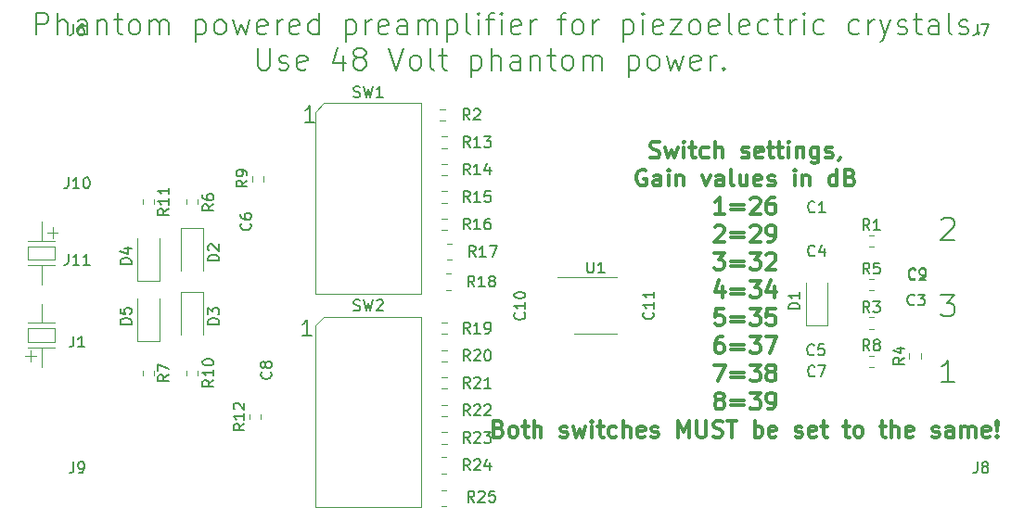
<source format=gbr>
%TF.GenerationSoftware,KiCad,Pcbnew,5.1.10*%
%TF.CreationDate,2021-08-04T12:07:05+02:00*%
%TF.ProjectId,smd-balanced-test,736d642d-6261-46c6-916e-6365642d7465,rev?*%
%TF.SameCoordinates,Original*%
%TF.FileFunction,Legend,Top*%
%TF.FilePolarity,Positive*%
%FSLAX46Y46*%
G04 Gerber Fmt 4.6, Leading zero omitted, Abs format (unit mm)*
G04 Created by KiCad (PCBNEW 5.1.10) date 2021-08-04 12:07:05*
%MOMM*%
%LPD*%
G01*
G04 APERTURE LIST*
%ADD10C,0.150000*%
%ADD11C,0.120000*%
%ADD12C,0.300000*%
G04 APERTURE END LIST*
D10*
X61928571Y-63178571D02*
X61071428Y-63178571D01*
X61500000Y-63178571D02*
X61500000Y-61678571D01*
X61357142Y-61892857D01*
X61214285Y-62035714D01*
X61071428Y-62107142D01*
X62178571Y-43678571D02*
X61321428Y-43678571D01*
X61750000Y-43678571D02*
X61750000Y-42178571D01*
X61607142Y-42392857D01*
X61464285Y-42535714D01*
X61321428Y-42607142D01*
X56964285Y-36904761D02*
X56964285Y-38523809D01*
X57059523Y-38714285D01*
X57154761Y-38809523D01*
X57345238Y-38904761D01*
X57726190Y-38904761D01*
X57916666Y-38809523D01*
X58011904Y-38714285D01*
X58107142Y-38523809D01*
X58107142Y-36904761D01*
X58964285Y-38809523D02*
X59154761Y-38904761D01*
X59535714Y-38904761D01*
X59726190Y-38809523D01*
X59821428Y-38619047D01*
X59821428Y-38523809D01*
X59726190Y-38333333D01*
X59535714Y-38238095D01*
X59250000Y-38238095D01*
X59059523Y-38142857D01*
X58964285Y-37952380D01*
X58964285Y-37857142D01*
X59059523Y-37666666D01*
X59250000Y-37571428D01*
X59535714Y-37571428D01*
X59726190Y-37666666D01*
X61440476Y-38809523D02*
X61250000Y-38904761D01*
X60869047Y-38904761D01*
X60678571Y-38809523D01*
X60583333Y-38619047D01*
X60583333Y-37857142D01*
X60678571Y-37666666D01*
X60869047Y-37571428D01*
X61250000Y-37571428D01*
X61440476Y-37666666D01*
X61535714Y-37857142D01*
X61535714Y-38047619D01*
X60583333Y-38238095D01*
X64773809Y-37571428D02*
X64773809Y-38904761D01*
X64297619Y-36809523D02*
X63821428Y-38238095D01*
X65059523Y-38238095D01*
X66107142Y-37761904D02*
X65916666Y-37666666D01*
X65821428Y-37571428D01*
X65726190Y-37380952D01*
X65726190Y-37285714D01*
X65821428Y-37095238D01*
X65916666Y-37000000D01*
X66107142Y-36904761D01*
X66488095Y-36904761D01*
X66678571Y-37000000D01*
X66773809Y-37095238D01*
X66869047Y-37285714D01*
X66869047Y-37380952D01*
X66773809Y-37571428D01*
X66678571Y-37666666D01*
X66488095Y-37761904D01*
X66107142Y-37761904D01*
X65916666Y-37857142D01*
X65821428Y-37952380D01*
X65726190Y-38142857D01*
X65726190Y-38523809D01*
X65821428Y-38714285D01*
X65916666Y-38809523D01*
X66107142Y-38904761D01*
X66488095Y-38904761D01*
X66678571Y-38809523D01*
X66773809Y-38714285D01*
X66869047Y-38523809D01*
X66869047Y-38142857D01*
X66773809Y-37952380D01*
X66678571Y-37857142D01*
X66488095Y-37761904D01*
X68964285Y-36904761D02*
X69630952Y-38904761D01*
X70297619Y-36904761D01*
X71250000Y-38904761D02*
X71059523Y-38809523D01*
X70964285Y-38714285D01*
X70869047Y-38523809D01*
X70869047Y-37952380D01*
X70964285Y-37761904D01*
X71059523Y-37666666D01*
X71250000Y-37571428D01*
X71535714Y-37571428D01*
X71726190Y-37666666D01*
X71821428Y-37761904D01*
X71916666Y-37952380D01*
X71916666Y-38523809D01*
X71821428Y-38714285D01*
X71726190Y-38809523D01*
X71535714Y-38904761D01*
X71250000Y-38904761D01*
X73059523Y-38904761D02*
X72869047Y-38809523D01*
X72773809Y-38619047D01*
X72773809Y-36904761D01*
X73535714Y-37571428D02*
X74297619Y-37571428D01*
X73821428Y-36904761D02*
X73821428Y-38619047D01*
X73916666Y-38809523D01*
X74107142Y-38904761D01*
X74297619Y-38904761D01*
X76488095Y-37571428D02*
X76488095Y-39571428D01*
X76488095Y-37666666D02*
X76678571Y-37571428D01*
X77059523Y-37571428D01*
X77250000Y-37666666D01*
X77345238Y-37761904D01*
X77440476Y-37952380D01*
X77440476Y-38523809D01*
X77345238Y-38714285D01*
X77250000Y-38809523D01*
X77059523Y-38904761D01*
X76678571Y-38904761D01*
X76488095Y-38809523D01*
X78297619Y-38904761D02*
X78297619Y-36904761D01*
X79154761Y-38904761D02*
X79154761Y-37857142D01*
X79059523Y-37666666D01*
X78869047Y-37571428D01*
X78583333Y-37571428D01*
X78392857Y-37666666D01*
X78297619Y-37761904D01*
X80964285Y-38904761D02*
X80964285Y-37857142D01*
X80869047Y-37666666D01*
X80678571Y-37571428D01*
X80297619Y-37571428D01*
X80107142Y-37666666D01*
X80964285Y-38809523D02*
X80773809Y-38904761D01*
X80297619Y-38904761D01*
X80107142Y-38809523D01*
X80011904Y-38619047D01*
X80011904Y-38428571D01*
X80107142Y-38238095D01*
X80297619Y-38142857D01*
X80773809Y-38142857D01*
X80964285Y-38047619D01*
X81916666Y-37571428D02*
X81916666Y-38904761D01*
X81916666Y-37761904D02*
X82011904Y-37666666D01*
X82202380Y-37571428D01*
X82488095Y-37571428D01*
X82678571Y-37666666D01*
X82773809Y-37857142D01*
X82773809Y-38904761D01*
X83440476Y-37571428D02*
X84202380Y-37571428D01*
X83726190Y-36904761D02*
X83726190Y-38619047D01*
X83821428Y-38809523D01*
X84011904Y-38904761D01*
X84202380Y-38904761D01*
X85154761Y-38904761D02*
X84964285Y-38809523D01*
X84869047Y-38714285D01*
X84773809Y-38523809D01*
X84773809Y-37952380D01*
X84869047Y-37761904D01*
X84964285Y-37666666D01*
X85154761Y-37571428D01*
X85440476Y-37571428D01*
X85630952Y-37666666D01*
X85726190Y-37761904D01*
X85821428Y-37952380D01*
X85821428Y-38523809D01*
X85726190Y-38714285D01*
X85630952Y-38809523D01*
X85440476Y-38904761D01*
X85154761Y-38904761D01*
X86678571Y-38904761D02*
X86678571Y-37571428D01*
X86678571Y-37761904D02*
X86773809Y-37666666D01*
X86964285Y-37571428D01*
X87250000Y-37571428D01*
X87440476Y-37666666D01*
X87535714Y-37857142D01*
X87535714Y-38904761D01*
X87535714Y-37857142D02*
X87630952Y-37666666D01*
X87821428Y-37571428D01*
X88107142Y-37571428D01*
X88297619Y-37666666D01*
X88392857Y-37857142D01*
X88392857Y-38904761D01*
X90869047Y-37571428D02*
X90869047Y-39571428D01*
X90869047Y-37666666D02*
X91059523Y-37571428D01*
X91440476Y-37571428D01*
X91630952Y-37666666D01*
X91726190Y-37761904D01*
X91821428Y-37952380D01*
X91821428Y-38523809D01*
X91726190Y-38714285D01*
X91630952Y-38809523D01*
X91440476Y-38904761D01*
X91059523Y-38904761D01*
X90869047Y-38809523D01*
X92964285Y-38904761D02*
X92773809Y-38809523D01*
X92678571Y-38714285D01*
X92583333Y-38523809D01*
X92583333Y-37952380D01*
X92678571Y-37761904D01*
X92773809Y-37666666D01*
X92964285Y-37571428D01*
X93250000Y-37571428D01*
X93440476Y-37666666D01*
X93535714Y-37761904D01*
X93630952Y-37952380D01*
X93630952Y-38523809D01*
X93535714Y-38714285D01*
X93440476Y-38809523D01*
X93250000Y-38904761D01*
X92964285Y-38904761D01*
X94297619Y-37571428D02*
X94678571Y-38904761D01*
X95059523Y-37952380D01*
X95440476Y-38904761D01*
X95821428Y-37571428D01*
X97345238Y-38809523D02*
X97154761Y-38904761D01*
X96773809Y-38904761D01*
X96583333Y-38809523D01*
X96488095Y-38619047D01*
X96488095Y-37857142D01*
X96583333Y-37666666D01*
X96773809Y-37571428D01*
X97154761Y-37571428D01*
X97345238Y-37666666D01*
X97440476Y-37857142D01*
X97440476Y-38047619D01*
X96488095Y-38238095D01*
X98297619Y-38904761D02*
X98297619Y-37571428D01*
X98297619Y-37952380D02*
X98392857Y-37761904D01*
X98488095Y-37666666D01*
X98678571Y-37571428D01*
X98869047Y-37571428D01*
X99535714Y-38714285D02*
X99630952Y-38809523D01*
X99535714Y-38904761D01*
X99440476Y-38809523D01*
X99535714Y-38714285D01*
X99535714Y-38904761D01*
X36750000Y-35654761D02*
X36750000Y-33654761D01*
X37511904Y-33654761D01*
X37702380Y-33750000D01*
X37797619Y-33845238D01*
X37892857Y-34035714D01*
X37892857Y-34321428D01*
X37797619Y-34511904D01*
X37702380Y-34607142D01*
X37511904Y-34702380D01*
X36750000Y-34702380D01*
X38750000Y-35654761D02*
X38750000Y-33654761D01*
X39607142Y-35654761D02*
X39607142Y-34607142D01*
X39511904Y-34416666D01*
X39321428Y-34321428D01*
X39035714Y-34321428D01*
X38845238Y-34416666D01*
X38750000Y-34511904D01*
X41416666Y-35654761D02*
X41416666Y-34607142D01*
X41321428Y-34416666D01*
X41130952Y-34321428D01*
X40750000Y-34321428D01*
X40559523Y-34416666D01*
X41416666Y-35559523D02*
X41226190Y-35654761D01*
X40750000Y-35654761D01*
X40559523Y-35559523D01*
X40464285Y-35369047D01*
X40464285Y-35178571D01*
X40559523Y-34988095D01*
X40750000Y-34892857D01*
X41226190Y-34892857D01*
X41416666Y-34797619D01*
X42369047Y-34321428D02*
X42369047Y-35654761D01*
X42369047Y-34511904D02*
X42464285Y-34416666D01*
X42654761Y-34321428D01*
X42940476Y-34321428D01*
X43130952Y-34416666D01*
X43226190Y-34607142D01*
X43226190Y-35654761D01*
X43892857Y-34321428D02*
X44654761Y-34321428D01*
X44178571Y-33654761D02*
X44178571Y-35369047D01*
X44273809Y-35559523D01*
X44464285Y-35654761D01*
X44654761Y-35654761D01*
X45607142Y-35654761D02*
X45416666Y-35559523D01*
X45321428Y-35464285D01*
X45226190Y-35273809D01*
X45226190Y-34702380D01*
X45321428Y-34511904D01*
X45416666Y-34416666D01*
X45607142Y-34321428D01*
X45892857Y-34321428D01*
X46083333Y-34416666D01*
X46178571Y-34511904D01*
X46273809Y-34702380D01*
X46273809Y-35273809D01*
X46178571Y-35464285D01*
X46083333Y-35559523D01*
X45892857Y-35654761D01*
X45607142Y-35654761D01*
X47130952Y-35654761D02*
X47130952Y-34321428D01*
X47130952Y-34511904D02*
X47226190Y-34416666D01*
X47416666Y-34321428D01*
X47702380Y-34321428D01*
X47892857Y-34416666D01*
X47988095Y-34607142D01*
X47988095Y-35654761D01*
X47988095Y-34607142D02*
X48083333Y-34416666D01*
X48273809Y-34321428D01*
X48559523Y-34321428D01*
X48750000Y-34416666D01*
X48845238Y-34607142D01*
X48845238Y-35654761D01*
X51321428Y-34321428D02*
X51321428Y-36321428D01*
X51321428Y-34416666D02*
X51511904Y-34321428D01*
X51892857Y-34321428D01*
X52083333Y-34416666D01*
X52178571Y-34511904D01*
X52273809Y-34702380D01*
X52273809Y-35273809D01*
X52178571Y-35464285D01*
X52083333Y-35559523D01*
X51892857Y-35654761D01*
X51511904Y-35654761D01*
X51321428Y-35559523D01*
X53416666Y-35654761D02*
X53226190Y-35559523D01*
X53130952Y-35464285D01*
X53035714Y-35273809D01*
X53035714Y-34702380D01*
X53130952Y-34511904D01*
X53226190Y-34416666D01*
X53416666Y-34321428D01*
X53702380Y-34321428D01*
X53892857Y-34416666D01*
X53988095Y-34511904D01*
X54083333Y-34702380D01*
X54083333Y-35273809D01*
X53988095Y-35464285D01*
X53892857Y-35559523D01*
X53702380Y-35654761D01*
X53416666Y-35654761D01*
X54750000Y-34321428D02*
X55130952Y-35654761D01*
X55511904Y-34702380D01*
X55892857Y-35654761D01*
X56273809Y-34321428D01*
X57797619Y-35559523D02*
X57607142Y-35654761D01*
X57226190Y-35654761D01*
X57035714Y-35559523D01*
X56940476Y-35369047D01*
X56940476Y-34607142D01*
X57035714Y-34416666D01*
X57226190Y-34321428D01*
X57607142Y-34321428D01*
X57797619Y-34416666D01*
X57892857Y-34607142D01*
X57892857Y-34797619D01*
X56940476Y-34988095D01*
X58750000Y-35654761D02*
X58750000Y-34321428D01*
X58750000Y-34702380D02*
X58845238Y-34511904D01*
X58940476Y-34416666D01*
X59130952Y-34321428D01*
X59321428Y-34321428D01*
X60750000Y-35559523D02*
X60559523Y-35654761D01*
X60178571Y-35654761D01*
X59988095Y-35559523D01*
X59892857Y-35369047D01*
X59892857Y-34607142D01*
X59988095Y-34416666D01*
X60178571Y-34321428D01*
X60559523Y-34321428D01*
X60750000Y-34416666D01*
X60845238Y-34607142D01*
X60845238Y-34797619D01*
X59892857Y-34988095D01*
X62559523Y-35654761D02*
X62559523Y-33654761D01*
X62559523Y-35559523D02*
X62369047Y-35654761D01*
X61988095Y-35654761D01*
X61797619Y-35559523D01*
X61702380Y-35464285D01*
X61607142Y-35273809D01*
X61607142Y-34702380D01*
X61702380Y-34511904D01*
X61797619Y-34416666D01*
X61988095Y-34321428D01*
X62369047Y-34321428D01*
X62559523Y-34416666D01*
X65035714Y-34321428D02*
X65035714Y-36321428D01*
X65035714Y-34416666D02*
X65226190Y-34321428D01*
X65607142Y-34321428D01*
X65797619Y-34416666D01*
X65892857Y-34511904D01*
X65988095Y-34702380D01*
X65988095Y-35273809D01*
X65892857Y-35464285D01*
X65797619Y-35559523D01*
X65607142Y-35654761D01*
X65226190Y-35654761D01*
X65035714Y-35559523D01*
X66845238Y-35654761D02*
X66845238Y-34321428D01*
X66845238Y-34702380D02*
X66940476Y-34511904D01*
X67035714Y-34416666D01*
X67226190Y-34321428D01*
X67416666Y-34321428D01*
X68845238Y-35559523D02*
X68654761Y-35654761D01*
X68273809Y-35654761D01*
X68083333Y-35559523D01*
X67988095Y-35369047D01*
X67988095Y-34607142D01*
X68083333Y-34416666D01*
X68273809Y-34321428D01*
X68654761Y-34321428D01*
X68845238Y-34416666D01*
X68940476Y-34607142D01*
X68940476Y-34797619D01*
X67988095Y-34988095D01*
X70654761Y-35654761D02*
X70654761Y-34607142D01*
X70559523Y-34416666D01*
X70369047Y-34321428D01*
X69988095Y-34321428D01*
X69797619Y-34416666D01*
X70654761Y-35559523D02*
X70464285Y-35654761D01*
X69988095Y-35654761D01*
X69797619Y-35559523D01*
X69702380Y-35369047D01*
X69702380Y-35178571D01*
X69797619Y-34988095D01*
X69988095Y-34892857D01*
X70464285Y-34892857D01*
X70654761Y-34797619D01*
X71607142Y-35654761D02*
X71607142Y-34321428D01*
X71607142Y-34511904D02*
X71702380Y-34416666D01*
X71892857Y-34321428D01*
X72178571Y-34321428D01*
X72369047Y-34416666D01*
X72464285Y-34607142D01*
X72464285Y-35654761D01*
X72464285Y-34607142D02*
X72559523Y-34416666D01*
X72750000Y-34321428D01*
X73035714Y-34321428D01*
X73226190Y-34416666D01*
X73321428Y-34607142D01*
X73321428Y-35654761D01*
X74273809Y-34321428D02*
X74273809Y-36321428D01*
X74273809Y-34416666D02*
X74464285Y-34321428D01*
X74845238Y-34321428D01*
X75035714Y-34416666D01*
X75130952Y-34511904D01*
X75226190Y-34702380D01*
X75226190Y-35273809D01*
X75130952Y-35464285D01*
X75035714Y-35559523D01*
X74845238Y-35654761D01*
X74464285Y-35654761D01*
X74273809Y-35559523D01*
X76369047Y-35654761D02*
X76178571Y-35559523D01*
X76083333Y-35369047D01*
X76083333Y-33654761D01*
X77130952Y-35654761D02*
X77130952Y-34321428D01*
X77130952Y-33654761D02*
X77035714Y-33750000D01*
X77130952Y-33845238D01*
X77226190Y-33750000D01*
X77130952Y-33654761D01*
X77130952Y-33845238D01*
X77797619Y-34321428D02*
X78559523Y-34321428D01*
X78083333Y-35654761D02*
X78083333Y-33940476D01*
X78178571Y-33750000D01*
X78369047Y-33654761D01*
X78559523Y-33654761D01*
X79226190Y-35654761D02*
X79226190Y-34321428D01*
X79226190Y-33654761D02*
X79130952Y-33750000D01*
X79226190Y-33845238D01*
X79321428Y-33750000D01*
X79226190Y-33654761D01*
X79226190Y-33845238D01*
X80940476Y-35559523D02*
X80750000Y-35654761D01*
X80369047Y-35654761D01*
X80178571Y-35559523D01*
X80083333Y-35369047D01*
X80083333Y-34607142D01*
X80178571Y-34416666D01*
X80369047Y-34321428D01*
X80750000Y-34321428D01*
X80940476Y-34416666D01*
X81035714Y-34607142D01*
X81035714Y-34797619D01*
X80083333Y-34988095D01*
X81892857Y-35654761D02*
X81892857Y-34321428D01*
X81892857Y-34702380D02*
X81988095Y-34511904D01*
X82083333Y-34416666D01*
X82273809Y-34321428D01*
X82464285Y-34321428D01*
X84369047Y-34321428D02*
X85130952Y-34321428D01*
X84654761Y-35654761D02*
X84654761Y-33940476D01*
X84750000Y-33750000D01*
X84940476Y-33654761D01*
X85130952Y-33654761D01*
X86083333Y-35654761D02*
X85892857Y-35559523D01*
X85797619Y-35464285D01*
X85702380Y-35273809D01*
X85702380Y-34702380D01*
X85797619Y-34511904D01*
X85892857Y-34416666D01*
X86083333Y-34321428D01*
X86369047Y-34321428D01*
X86559523Y-34416666D01*
X86654761Y-34511904D01*
X86750000Y-34702380D01*
X86750000Y-35273809D01*
X86654761Y-35464285D01*
X86559523Y-35559523D01*
X86369047Y-35654761D01*
X86083333Y-35654761D01*
X87607142Y-35654761D02*
X87607142Y-34321428D01*
X87607142Y-34702380D02*
X87702380Y-34511904D01*
X87797619Y-34416666D01*
X87988095Y-34321428D01*
X88178571Y-34321428D01*
X90369047Y-34321428D02*
X90369047Y-36321428D01*
X90369047Y-34416666D02*
X90559523Y-34321428D01*
X90940476Y-34321428D01*
X91130952Y-34416666D01*
X91226190Y-34511904D01*
X91321428Y-34702380D01*
X91321428Y-35273809D01*
X91226190Y-35464285D01*
X91130952Y-35559523D01*
X90940476Y-35654761D01*
X90559523Y-35654761D01*
X90369047Y-35559523D01*
X92178571Y-35654761D02*
X92178571Y-34321428D01*
X92178571Y-33654761D02*
X92083333Y-33750000D01*
X92178571Y-33845238D01*
X92273809Y-33750000D01*
X92178571Y-33654761D01*
X92178571Y-33845238D01*
X93892857Y-35559523D02*
X93702380Y-35654761D01*
X93321428Y-35654761D01*
X93130952Y-35559523D01*
X93035714Y-35369047D01*
X93035714Y-34607142D01*
X93130952Y-34416666D01*
X93321428Y-34321428D01*
X93702380Y-34321428D01*
X93892857Y-34416666D01*
X93988095Y-34607142D01*
X93988095Y-34797619D01*
X93035714Y-34988095D01*
X94654761Y-34321428D02*
X95702380Y-34321428D01*
X94654761Y-35654761D01*
X95702380Y-35654761D01*
X96750000Y-35654761D02*
X96559523Y-35559523D01*
X96464285Y-35464285D01*
X96369047Y-35273809D01*
X96369047Y-34702380D01*
X96464285Y-34511904D01*
X96559523Y-34416666D01*
X96750000Y-34321428D01*
X97035714Y-34321428D01*
X97226190Y-34416666D01*
X97321428Y-34511904D01*
X97416666Y-34702380D01*
X97416666Y-35273809D01*
X97321428Y-35464285D01*
X97226190Y-35559523D01*
X97035714Y-35654761D01*
X96750000Y-35654761D01*
X99035714Y-35559523D02*
X98845238Y-35654761D01*
X98464285Y-35654761D01*
X98273809Y-35559523D01*
X98178571Y-35369047D01*
X98178571Y-34607142D01*
X98273809Y-34416666D01*
X98464285Y-34321428D01*
X98845238Y-34321428D01*
X99035714Y-34416666D01*
X99130952Y-34607142D01*
X99130952Y-34797619D01*
X98178571Y-34988095D01*
X100273809Y-35654761D02*
X100083333Y-35559523D01*
X99988095Y-35369047D01*
X99988095Y-33654761D01*
X101797619Y-35559523D02*
X101607142Y-35654761D01*
X101226190Y-35654761D01*
X101035714Y-35559523D01*
X100940476Y-35369047D01*
X100940476Y-34607142D01*
X101035714Y-34416666D01*
X101226190Y-34321428D01*
X101607142Y-34321428D01*
X101797619Y-34416666D01*
X101892857Y-34607142D01*
X101892857Y-34797619D01*
X100940476Y-34988095D01*
X103607142Y-35559523D02*
X103416666Y-35654761D01*
X103035714Y-35654761D01*
X102845238Y-35559523D01*
X102750000Y-35464285D01*
X102654761Y-35273809D01*
X102654761Y-34702380D01*
X102750000Y-34511904D01*
X102845238Y-34416666D01*
X103035714Y-34321428D01*
X103416666Y-34321428D01*
X103607142Y-34416666D01*
X104178571Y-34321428D02*
X104940476Y-34321428D01*
X104464285Y-33654761D02*
X104464285Y-35369047D01*
X104559523Y-35559523D01*
X104750000Y-35654761D01*
X104940476Y-35654761D01*
X105607142Y-35654761D02*
X105607142Y-34321428D01*
X105607142Y-34702380D02*
X105702380Y-34511904D01*
X105797619Y-34416666D01*
X105988095Y-34321428D01*
X106178571Y-34321428D01*
X106845238Y-35654761D02*
X106845238Y-34321428D01*
X106845238Y-33654761D02*
X106750000Y-33750000D01*
X106845238Y-33845238D01*
X106940476Y-33750000D01*
X106845238Y-33654761D01*
X106845238Y-33845238D01*
X108654761Y-35559523D02*
X108464285Y-35654761D01*
X108083333Y-35654761D01*
X107892857Y-35559523D01*
X107797619Y-35464285D01*
X107702380Y-35273809D01*
X107702380Y-34702380D01*
X107797619Y-34511904D01*
X107892857Y-34416666D01*
X108083333Y-34321428D01*
X108464285Y-34321428D01*
X108654761Y-34416666D01*
X111892857Y-35559523D02*
X111702380Y-35654761D01*
X111321428Y-35654761D01*
X111130952Y-35559523D01*
X111035714Y-35464285D01*
X110940476Y-35273809D01*
X110940476Y-34702380D01*
X111035714Y-34511904D01*
X111130952Y-34416666D01*
X111321428Y-34321428D01*
X111702380Y-34321428D01*
X111892857Y-34416666D01*
X112750000Y-35654761D02*
X112750000Y-34321428D01*
X112750000Y-34702380D02*
X112845238Y-34511904D01*
X112940476Y-34416666D01*
X113130952Y-34321428D01*
X113321428Y-34321428D01*
X113797619Y-34321428D02*
X114273809Y-35654761D01*
X114750000Y-34321428D02*
X114273809Y-35654761D01*
X114083333Y-36130952D01*
X113988095Y-36226190D01*
X113797619Y-36321428D01*
X115416666Y-35559523D02*
X115607142Y-35654761D01*
X115988095Y-35654761D01*
X116178571Y-35559523D01*
X116273809Y-35369047D01*
X116273809Y-35273809D01*
X116178571Y-35083333D01*
X115988095Y-34988095D01*
X115702380Y-34988095D01*
X115511904Y-34892857D01*
X115416666Y-34702380D01*
X115416666Y-34607142D01*
X115511904Y-34416666D01*
X115702380Y-34321428D01*
X115988095Y-34321428D01*
X116178571Y-34416666D01*
X116845238Y-34321428D02*
X117607142Y-34321428D01*
X117130952Y-33654761D02*
X117130952Y-35369047D01*
X117226190Y-35559523D01*
X117416666Y-35654761D01*
X117607142Y-35654761D01*
X119130952Y-35654761D02*
X119130952Y-34607142D01*
X119035714Y-34416666D01*
X118845238Y-34321428D01*
X118464285Y-34321428D01*
X118273809Y-34416666D01*
X119130952Y-35559523D02*
X118940476Y-35654761D01*
X118464285Y-35654761D01*
X118273809Y-35559523D01*
X118178571Y-35369047D01*
X118178571Y-35178571D01*
X118273809Y-34988095D01*
X118464285Y-34892857D01*
X118940476Y-34892857D01*
X119130952Y-34797619D01*
X120369047Y-35654761D02*
X120178571Y-35559523D01*
X120083333Y-35369047D01*
X120083333Y-33654761D01*
X121035714Y-35559523D02*
X121226190Y-35654761D01*
X121607142Y-35654761D01*
X121797619Y-35559523D01*
X121892857Y-35369047D01*
X121892857Y-35273809D01*
X121797619Y-35083333D01*
X121607142Y-34988095D01*
X121321428Y-34988095D01*
X121130952Y-34892857D01*
X121035714Y-34702380D01*
X121035714Y-34607142D01*
X121130952Y-34416666D01*
X121321428Y-34321428D01*
X121607142Y-34321428D01*
X121797619Y-34416666D01*
X122750000Y-35464285D02*
X122845238Y-35559523D01*
X122750000Y-35654761D01*
X122654761Y-35559523D01*
X122750000Y-35464285D01*
X122750000Y-35654761D01*
D11*
X38500000Y-63750000D02*
X36000000Y-63750000D01*
X36000000Y-62000000D02*
X38500000Y-62000000D01*
X38500000Y-62000000D02*
X37500000Y-62000000D01*
X36750000Y-65000000D02*
X36250000Y-65000000D01*
X36000000Y-62500000D02*
X38500000Y-62500000D01*
X36250000Y-64500000D02*
X36250000Y-65500000D01*
X38500000Y-62500000D02*
X38500000Y-63750000D01*
X36000000Y-62500000D02*
X36000000Y-63750000D01*
X36000000Y-64250000D02*
X38500000Y-64250000D01*
X37250000Y-62000000D02*
X37250000Y-60250000D01*
X37250000Y-64250000D02*
X37250000Y-66000000D01*
X36250000Y-65000000D02*
X35750000Y-65000000D01*
X35750000Y-65000000D02*
X36750000Y-65000000D01*
X35750000Y-65000000D02*
X36250000Y-65000000D01*
X35750000Y-65000000D02*
X35750000Y-65000000D01*
X38250000Y-54250000D02*
X38250000Y-53250000D01*
X38750000Y-53750000D02*
X38250000Y-53750000D01*
X38750000Y-53750000D02*
X38750000Y-53750000D01*
X38250000Y-53750000D02*
X38750000Y-53750000D01*
X37750000Y-53750000D02*
X38250000Y-53750000D01*
X38750000Y-53750000D02*
X37750000Y-53750000D01*
X37250000Y-54500000D02*
X37250000Y-52750000D01*
X38500000Y-54500000D02*
X36000000Y-54500000D01*
X38500000Y-56250000D02*
X38500000Y-55000000D01*
X36000000Y-55000000D02*
X38500000Y-55000000D01*
X36000000Y-56250000D02*
X36000000Y-55000000D01*
X38500000Y-56250000D02*
X36000000Y-56250000D01*
X37250000Y-56750000D02*
X37250000Y-58500000D01*
X36000000Y-56750000D02*
X37000000Y-56750000D01*
X38500000Y-56750000D02*
X36000000Y-56750000D01*
D10*
X119428571Y-52595238D02*
X119523809Y-52500000D01*
X119714285Y-52404761D01*
X120190476Y-52404761D01*
X120380952Y-52500000D01*
X120476190Y-52595238D01*
X120571428Y-52785714D01*
X120571428Y-52976190D01*
X120476190Y-53261904D01*
X119333333Y-54404761D01*
X120571428Y-54404761D01*
X119333333Y-59404761D02*
X120571428Y-59404761D01*
X119904761Y-60166666D01*
X120190476Y-60166666D01*
X120380952Y-60261904D01*
X120476190Y-60357142D01*
X120571428Y-60547619D01*
X120571428Y-61023809D01*
X120476190Y-61214285D01*
X120380952Y-61309523D01*
X120190476Y-61404761D01*
X119619047Y-61404761D01*
X119428571Y-61309523D01*
X119333333Y-61214285D01*
X120571428Y-67404761D02*
X119428571Y-67404761D01*
X120000000Y-67404761D02*
X120000000Y-65404761D01*
X119809523Y-65690476D01*
X119619047Y-65880952D01*
X119428571Y-65976190D01*
D12*
X92821428Y-46857142D02*
X93035714Y-46928571D01*
X93392857Y-46928571D01*
X93535714Y-46857142D01*
X93607142Y-46785714D01*
X93678571Y-46642857D01*
X93678571Y-46500000D01*
X93607142Y-46357142D01*
X93535714Y-46285714D01*
X93392857Y-46214285D01*
X93107142Y-46142857D01*
X92964285Y-46071428D01*
X92892857Y-46000000D01*
X92821428Y-45857142D01*
X92821428Y-45714285D01*
X92892857Y-45571428D01*
X92964285Y-45500000D01*
X93107142Y-45428571D01*
X93464285Y-45428571D01*
X93678571Y-45500000D01*
X94178571Y-45928571D02*
X94464285Y-46928571D01*
X94750000Y-46214285D01*
X95035714Y-46928571D01*
X95321428Y-45928571D01*
X95892857Y-46928571D02*
X95892857Y-45928571D01*
X95892857Y-45428571D02*
X95821428Y-45500000D01*
X95892857Y-45571428D01*
X95964285Y-45500000D01*
X95892857Y-45428571D01*
X95892857Y-45571428D01*
X96392857Y-45928571D02*
X96964285Y-45928571D01*
X96607142Y-45428571D02*
X96607142Y-46714285D01*
X96678571Y-46857142D01*
X96821428Y-46928571D01*
X96964285Y-46928571D01*
X98107142Y-46857142D02*
X97964285Y-46928571D01*
X97678571Y-46928571D01*
X97535714Y-46857142D01*
X97464285Y-46785714D01*
X97392857Y-46642857D01*
X97392857Y-46214285D01*
X97464285Y-46071428D01*
X97535714Y-46000000D01*
X97678571Y-45928571D01*
X97964285Y-45928571D01*
X98107142Y-46000000D01*
X98750000Y-46928571D02*
X98750000Y-45428571D01*
X99392857Y-46928571D02*
X99392857Y-46142857D01*
X99321428Y-46000000D01*
X99178571Y-45928571D01*
X98964285Y-45928571D01*
X98821428Y-46000000D01*
X98750000Y-46071428D01*
X101178571Y-46857142D02*
X101321428Y-46928571D01*
X101607142Y-46928571D01*
X101750000Y-46857142D01*
X101821428Y-46714285D01*
X101821428Y-46642857D01*
X101750000Y-46500000D01*
X101607142Y-46428571D01*
X101392857Y-46428571D01*
X101250000Y-46357142D01*
X101178571Y-46214285D01*
X101178571Y-46142857D01*
X101250000Y-46000000D01*
X101392857Y-45928571D01*
X101607142Y-45928571D01*
X101750000Y-46000000D01*
X103035714Y-46857142D02*
X102892857Y-46928571D01*
X102607142Y-46928571D01*
X102464285Y-46857142D01*
X102392857Y-46714285D01*
X102392857Y-46142857D01*
X102464285Y-46000000D01*
X102607142Y-45928571D01*
X102892857Y-45928571D01*
X103035714Y-46000000D01*
X103107142Y-46142857D01*
X103107142Y-46285714D01*
X102392857Y-46428571D01*
X103535714Y-45928571D02*
X104107142Y-45928571D01*
X103750000Y-45428571D02*
X103750000Y-46714285D01*
X103821428Y-46857142D01*
X103964285Y-46928571D01*
X104107142Y-46928571D01*
X104392857Y-45928571D02*
X104964285Y-45928571D01*
X104607142Y-45428571D02*
X104607142Y-46714285D01*
X104678571Y-46857142D01*
X104821428Y-46928571D01*
X104964285Y-46928571D01*
X105464285Y-46928571D02*
X105464285Y-45928571D01*
X105464285Y-45428571D02*
X105392857Y-45500000D01*
X105464285Y-45571428D01*
X105535714Y-45500000D01*
X105464285Y-45428571D01*
X105464285Y-45571428D01*
X106178571Y-45928571D02*
X106178571Y-46928571D01*
X106178571Y-46071428D02*
X106250000Y-46000000D01*
X106392857Y-45928571D01*
X106607142Y-45928571D01*
X106750000Y-46000000D01*
X106821428Y-46142857D01*
X106821428Y-46928571D01*
X108178571Y-45928571D02*
X108178571Y-47142857D01*
X108107142Y-47285714D01*
X108035714Y-47357142D01*
X107892857Y-47428571D01*
X107678571Y-47428571D01*
X107535714Y-47357142D01*
X108178571Y-46857142D02*
X108035714Y-46928571D01*
X107750000Y-46928571D01*
X107607142Y-46857142D01*
X107535714Y-46785714D01*
X107464285Y-46642857D01*
X107464285Y-46214285D01*
X107535714Y-46071428D01*
X107607142Y-46000000D01*
X107750000Y-45928571D01*
X108035714Y-45928571D01*
X108178571Y-46000000D01*
X108821428Y-46857142D02*
X108964285Y-46928571D01*
X109250000Y-46928571D01*
X109392857Y-46857142D01*
X109464285Y-46714285D01*
X109464285Y-46642857D01*
X109392857Y-46500000D01*
X109250000Y-46428571D01*
X109035714Y-46428571D01*
X108892857Y-46357142D01*
X108821428Y-46214285D01*
X108821428Y-46142857D01*
X108892857Y-46000000D01*
X109035714Y-45928571D01*
X109250000Y-45928571D01*
X109392857Y-46000000D01*
X110178571Y-46857142D02*
X110178571Y-46928571D01*
X110107142Y-47071428D01*
X110035714Y-47142857D01*
X92428571Y-48050000D02*
X92285714Y-47978571D01*
X92071428Y-47978571D01*
X91857142Y-48050000D01*
X91714285Y-48192857D01*
X91642857Y-48335714D01*
X91571428Y-48621428D01*
X91571428Y-48835714D01*
X91642857Y-49121428D01*
X91714285Y-49264285D01*
X91857142Y-49407142D01*
X92071428Y-49478571D01*
X92214285Y-49478571D01*
X92428571Y-49407142D01*
X92500000Y-49335714D01*
X92500000Y-48835714D01*
X92214285Y-48835714D01*
X93785714Y-49478571D02*
X93785714Y-48692857D01*
X93714285Y-48550000D01*
X93571428Y-48478571D01*
X93285714Y-48478571D01*
X93142857Y-48550000D01*
X93785714Y-49407142D02*
X93642857Y-49478571D01*
X93285714Y-49478571D01*
X93142857Y-49407142D01*
X93071428Y-49264285D01*
X93071428Y-49121428D01*
X93142857Y-48978571D01*
X93285714Y-48907142D01*
X93642857Y-48907142D01*
X93785714Y-48835714D01*
X94500000Y-49478571D02*
X94500000Y-48478571D01*
X94500000Y-47978571D02*
X94428571Y-48050000D01*
X94500000Y-48121428D01*
X94571428Y-48050000D01*
X94500000Y-47978571D01*
X94500000Y-48121428D01*
X95214285Y-48478571D02*
X95214285Y-49478571D01*
X95214285Y-48621428D02*
X95285714Y-48550000D01*
X95428571Y-48478571D01*
X95642857Y-48478571D01*
X95785714Y-48550000D01*
X95857142Y-48692857D01*
X95857142Y-49478571D01*
X97571428Y-48478571D02*
X97928571Y-49478571D01*
X98285714Y-48478571D01*
X99500000Y-49478571D02*
X99500000Y-48692857D01*
X99428571Y-48550000D01*
X99285714Y-48478571D01*
X99000000Y-48478571D01*
X98857142Y-48550000D01*
X99500000Y-49407142D02*
X99357142Y-49478571D01*
X99000000Y-49478571D01*
X98857142Y-49407142D01*
X98785714Y-49264285D01*
X98785714Y-49121428D01*
X98857142Y-48978571D01*
X99000000Y-48907142D01*
X99357142Y-48907142D01*
X99500000Y-48835714D01*
X100428571Y-49478571D02*
X100285714Y-49407142D01*
X100214285Y-49264285D01*
X100214285Y-47978571D01*
X101642857Y-48478571D02*
X101642857Y-49478571D01*
X101000000Y-48478571D02*
X101000000Y-49264285D01*
X101071428Y-49407142D01*
X101214285Y-49478571D01*
X101428571Y-49478571D01*
X101571428Y-49407142D01*
X101642857Y-49335714D01*
X102928571Y-49407142D02*
X102785714Y-49478571D01*
X102500000Y-49478571D01*
X102357142Y-49407142D01*
X102285714Y-49264285D01*
X102285714Y-48692857D01*
X102357142Y-48550000D01*
X102500000Y-48478571D01*
X102785714Y-48478571D01*
X102928571Y-48550000D01*
X103000000Y-48692857D01*
X103000000Y-48835714D01*
X102285714Y-48978571D01*
X103571428Y-49407142D02*
X103714285Y-49478571D01*
X104000000Y-49478571D01*
X104142857Y-49407142D01*
X104214285Y-49264285D01*
X104214285Y-49192857D01*
X104142857Y-49050000D01*
X104000000Y-48978571D01*
X103785714Y-48978571D01*
X103642857Y-48907142D01*
X103571428Y-48764285D01*
X103571428Y-48692857D01*
X103642857Y-48550000D01*
X103785714Y-48478571D01*
X104000000Y-48478571D01*
X104142857Y-48550000D01*
X106000000Y-49478571D02*
X106000000Y-48478571D01*
X106000000Y-47978571D02*
X105928571Y-48050000D01*
X106000000Y-48121428D01*
X106071428Y-48050000D01*
X106000000Y-47978571D01*
X106000000Y-48121428D01*
X106714285Y-48478571D02*
X106714285Y-49478571D01*
X106714285Y-48621428D02*
X106785714Y-48550000D01*
X106928571Y-48478571D01*
X107142857Y-48478571D01*
X107285714Y-48550000D01*
X107357142Y-48692857D01*
X107357142Y-49478571D01*
X109857142Y-49478571D02*
X109857142Y-47978571D01*
X109857142Y-49407142D02*
X109714285Y-49478571D01*
X109428571Y-49478571D01*
X109285714Y-49407142D01*
X109214285Y-49335714D01*
X109142857Y-49192857D01*
X109142857Y-48764285D01*
X109214285Y-48621428D01*
X109285714Y-48550000D01*
X109428571Y-48478571D01*
X109714285Y-48478571D01*
X109857142Y-48550000D01*
X111071428Y-48692857D02*
X111285714Y-48764285D01*
X111357142Y-48835714D01*
X111428571Y-48978571D01*
X111428571Y-49192857D01*
X111357142Y-49335714D01*
X111285714Y-49407142D01*
X111142857Y-49478571D01*
X110571428Y-49478571D01*
X110571428Y-47978571D01*
X111071428Y-47978571D01*
X111214285Y-48050000D01*
X111285714Y-48121428D01*
X111357142Y-48264285D01*
X111357142Y-48407142D01*
X111285714Y-48550000D01*
X111214285Y-48621428D01*
X111071428Y-48692857D01*
X110571428Y-48692857D01*
X99571428Y-52028571D02*
X98714285Y-52028571D01*
X99142857Y-52028571D02*
X99142857Y-50528571D01*
X99000000Y-50742857D01*
X98857142Y-50885714D01*
X98714285Y-50957142D01*
X100214285Y-51242857D02*
X101357142Y-51242857D01*
X101357142Y-51671428D02*
X100214285Y-51671428D01*
X102000000Y-50671428D02*
X102071428Y-50600000D01*
X102214285Y-50528571D01*
X102571428Y-50528571D01*
X102714285Y-50600000D01*
X102785714Y-50671428D01*
X102857142Y-50814285D01*
X102857142Y-50957142D01*
X102785714Y-51171428D01*
X101928571Y-52028571D01*
X102857142Y-52028571D01*
X104142857Y-50528571D02*
X103857142Y-50528571D01*
X103714285Y-50600000D01*
X103642857Y-50671428D01*
X103500000Y-50885714D01*
X103428571Y-51171428D01*
X103428571Y-51742857D01*
X103500000Y-51885714D01*
X103571428Y-51957142D01*
X103714285Y-52028571D01*
X104000000Y-52028571D01*
X104142857Y-51957142D01*
X104214285Y-51885714D01*
X104285714Y-51742857D01*
X104285714Y-51385714D01*
X104214285Y-51242857D01*
X104142857Y-51171428D01*
X104000000Y-51100000D01*
X103714285Y-51100000D01*
X103571428Y-51171428D01*
X103500000Y-51242857D01*
X103428571Y-51385714D01*
X98714285Y-53221428D02*
X98785714Y-53150000D01*
X98928571Y-53078571D01*
X99285714Y-53078571D01*
X99428571Y-53150000D01*
X99500000Y-53221428D01*
X99571428Y-53364285D01*
X99571428Y-53507142D01*
X99500000Y-53721428D01*
X98642857Y-54578571D01*
X99571428Y-54578571D01*
X100214285Y-53792857D02*
X101357142Y-53792857D01*
X101357142Y-54221428D02*
X100214285Y-54221428D01*
X102000000Y-53221428D02*
X102071428Y-53150000D01*
X102214285Y-53078571D01*
X102571428Y-53078571D01*
X102714285Y-53150000D01*
X102785714Y-53221428D01*
X102857142Y-53364285D01*
X102857142Y-53507142D01*
X102785714Y-53721428D01*
X101928571Y-54578571D01*
X102857142Y-54578571D01*
X103571428Y-54578571D02*
X103857142Y-54578571D01*
X104000000Y-54507142D01*
X104071428Y-54435714D01*
X104214285Y-54221428D01*
X104285714Y-53935714D01*
X104285714Y-53364285D01*
X104214285Y-53221428D01*
X104142857Y-53150000D01*
X104000000Y-53078571D01*
X103714285Y-53078571D01*
X103571428Y-53150000D01*
X103500000Y-53221428D01*
X103428571Y-53364285D01*
X103428571Y-53721428D01*
X103500000Y-53864285D01*
X103571428Y-53935714D01*
X103714285Y-54007142D01*
X104000000Y-54007142D01*
X104142857Y-53935714D01*
X104214285Y-53864285D01*
X104285714Y-53721428D01*
X98642857Y-55628571D02*
X99571428Y-55628571D01*
X99071428Y-56200000D01*
X99285714Y-56200000D01*
X99428571Y-56271428D01*
X99500000Y-56342857D01*
X99571428Y-56485714D01*
X99571428Y-56842857D01*
X99500000Y-56985714D01*
X99428571Y-57057142D01*
X99285714Y-57128571D01*
X98857142Y-57128571D01*
X98714285Y-57057142D01*
X98642857Y-56985714D01*
X100214285Y-56342857D02*
X101357142Y-56342857D01*
X101357142Y-56771428D02*
X100214285Y-56771428D01*
X101928571Y-55628571D02*
X102857142Y-55628571D01*
X102357142Y-56200000D01*
X102571428Y-56200000D01*
X102714285Y-56271428D01*
X102785714Y-56342857D01*
X102857142Y-56485714D01*
X102857142Y-56842857D01*
X102785714Y-56985714D01*
X102714285Y-57057142D01*
X102571428Y-57128571D01*
X102142857Y-57128571D01*
X102000000Y-57057142D01*
X101928571Y-56985714D01*
X103428571Y-55771428D02*
X103500000Y-55700000D01*
X103642857Y-55628571D01*
X104000000Y-55628571D01*
X104142857Y-55700000D01*
X104214285Y-55771428D01*
X104285714Y-55914285D01*
X104285714Y-56057142D01*
X104214285Y-56271428D01*
X103357142Y-57128571D01*
X104285714Y-57128571D01*
X99428571Y-58678571D02*
X99428571Y-59678571D01*
X99071428Y-58107142D02*
X98714285Y-59178571D01*
X99642857Y-59178571D01*
X100214285Y-58892857D02*
X101357142Y-58892857D01*
X101357142Y-59321428D02*
X100214285Y-59321428D01*
X101928571Y-58178571D02*
X102857142Y-58178571D01*
X102357142Y-58750000D01*
X102571428Y-58750000D01*
X102714285Y-58821428D01*
X102785714Y-58892857D01*
X102857142Y-59035714D01*
X102857142Y-59392857D01*
X102785714Y-59535714D01*
X102714285Y-59607142D01*
X102571428Y-59678571D01*
X102142857Y-59678571D01*
X102000000Y-59607142D01*
X101928571Y-59535714D01*
X104142857Y-58678571D02*
X104142857Y-59678571D01*
X103785714Y-58107142D02*
X103428571Y-59178571D01*
X104357142Y-59178571D01*
X99500000Y-60728571D02*
X98785714Y-60728571D01*
X98714285Y-61442857D01*
X98785714Y-61371428D01*
X98928571Y-61300000D01*
X99285714Y-61300000D01*
X99428571Y-61371428D01*
X99500000Y-61442857D01*
X99571428Y-61585714D01*
X99571428Y-61942857D01*
X99500000Y-62085714D01*
X99428571Y-62157142D01*
X99285714Y-62228571D01*
X98928571Y-62228571D01*
X98785714Y-62157142D01*
X98714285Y-62085714D01*
X100214285Y-61442857D02*
X101357142Y-61442857D01*
X101357142Y-61871428D02*
X100214285Y-61871428D01*
X101928571Y-60728571D02*
X102857142Y-60728571D01*
X102357142Y-61300000D01*
X102571428Y-61300000D01*
X102714285Y-61371428D01*
X102785714Y-61442857D01*
X102857142Y-61585714D01*
X102857142Y-61942857D01*
X102785714Y-62085714D01*
X102714285Y-62157142D01*
X102571428Y-62228571D01*
X102142857Y-62228571D01*
X102000000Y-62157142D01*
X101928571Y-62085714D01*
X104214285Y-60728571D02*
X103500000Y-60728571D01*
X103428571Y-61442857D01*
X103500000Y-61371428D01*
X103642857Y-61300000D01*
X104000000Y-61300000D01*
X104142857Y-61371428D01*
X104214285Y-61442857D01*
X104285714Y-61585714D01*
X104285714Y-61942857D01*
X104214285Y-62085714D01*
X104142857Y-62157142D01*
X104000000Y-62228571D01*
X103642857Y-62228571D01*
X103500000Y-62157142D01*
X103428571Y-62085714D01*
X99428571Y-63278571D02*
X99142857Y-63278571D01*
X99000000Y-63350000D01*
X98928571Y-63421428D01*
X98785714Y-63635714D01*
X98714285Y-63921428D01*
X98714285Y-64492857D01*
X98785714Y-64635714D01*
X98857142Y-64707142D01*
X99000000Y-64778571D01*
X99285714Y-64778571D01*
X99428571Y-64707142D01*
X99500000Y-64635714D01*
X99571428Y-64492857D01*
X99571428Y-64135714D01*
X99500000Y-63992857D01*
X99428571Y-63921428D01*
X99285714Y-63850000D01*
X99000000Y-63850000D01*
X98857142Y-63921428D01*
X98785714Y-63992857D01*
X98714285Y-64135714D01*
X100214285Y-63992857D02*
X101357142Y-63992857D01*
X101357142Y-64421428D02*
X100214285Y-64421428D01*
X101928571Y-63278571D02*
X102857142Y-63278571D01*
X102357142Y-63850000D01*
X102571428Y-63850000D01*
X102714285Y-63921428D01*
X102785714Y-63992857D01*
X102857142Y-64135714D01*
X102857142Y-64492857D01*
X102785714Y-64635714D01*
X102714285Y-64707142D01*
X102571428Y-64778571D01*
X102142857Y-64778571D01*
X102000000Y-64707142D01*
X101928571Y-64635714D01*
X103357142Y-63278571D02*
X104357142Y-63278571D01*
X103714285Y-64778571D01*
X98642857Y-65828571D02*
X99642857Y-65828571D01*
X99000000Y-67328571D01*
X100214285Y-66542857D02*
X101357142Y-66542857D01*
X101357142Y-66971428D02*
X100214285Y-66971428D01*
X101928571Y-65828571D02*
X102857142Y-65828571D01*
X102357142Y-66400000D01*
X102571428Y-66400000D01*
X102714285Y-66471428D01*
X102785714Y-66542857D01*
X102857142Y-66685714D01*
X102857142Y-67042857D01*
X102785714Y-67185714D01*
X102714285Y-67257142D01*
X102571428Y-67328571D01*
X102142857Y-67328571D01*
X102000000Y-67257142D01*
X101928571Y-67185714D01*
X103714285Y-66471428D02*
X103571428Y-66400000D01*
X103500000Y-66328571D01*
X103428571Y-66185714D01*
X103428571Y-66114285D01*
X103500000Y-65971428D01*
X103571428Y-65900000D01*
X103714285Y-65828571D01*
X104000000Y-65828571D01*
X104142857Y-65900000D01*
X104214285Y-65971428D01*
X104285714Y-66114285D01*
X104285714Y-66185714D01*
X104214285Y-66328571D01*
X104142857Y-66400000D01*
X104000000Y-66471428D01*
X103714285Y-66471428D01*
X103571428Y-66542857D01*
X103500000Y-66614285D01*
X103428571Y-66757142D01*
X103428571Y-67042857D01*
X103500000Y-67185714D01*
X103571428Y-67257142D01*
X103714285Y-67328571D01*
X104000000Y-67328571D01*
X104142857Y-67257142D01*
X104214285Y-67185714D01*
X104285714Y-67042857D01*
X104285714Y-66757142D01*
X104214285Y-66614285D01*
X104142857Y-66542857D01*
X104000000Y-66471428D01*
X99000000Y-69021428D02*
X98857142Y-68950000D01*
X98785714Y-68878571D01*
X98714285Y-68735714D01*
X98714285Y-68664285D01*
X98785714Y-68521428D01*
X98857142Y-68450000D01*
X99000000Y-68378571D01*
X99285714Y-68378571D01*
X99428571Y-68450000D01*
X99500000Y-68521428D01*
X99571428Y-68664285D01*
X99571428Y-68735714D01*
X99500000Y-68878571D01*
X99428571Y-68950000D01*
X99285714Y-69021428D01*
X99000000Y-69021428D01*
X98857142Y-69092857D01*
X98785714Y-69164285D01*
X98714285Y-69307142D01*
X98714285Y-69592857D01*
X98785714Y-69735714D01*
X98857142Y-69807142D01*
X99000000Y-69878571D01*
X99285714Y-69878571D01*
X99428571Y-69807142D01*
X99500000Y-69735714D01*
X99571428Y-69592857D01*
X99571428Y-69307142D01*
X99500000Y-69164285D01*
X99428571Y-69092857D01*
X99285714Y-69021428D01*
X100214285Y-69092857D02*
X101357142Y-69092857D01*
X101357142Y-69521428D02*
X100214285Y-69521428D01*
X101928571Y-68378571D02*
X102857142Y-68378571D01*
X102357142Y-68950000D01*
X102571428Y-68950000D01*
X102714285Y-69021428D01*
X102785714Y-69092857D01*
X102857142Y-69235714D01*
X102857142Y-69592857D01*
X102785714Y-69735714D01*
X102714285Y-69807142D01*
X102571428Y-69878571D01*
X102142857Y-69878571D01*
X102000000Y-69807142D01*
X101928571Y-69735714D01*
X103571428Y-69878571D02*
X103857142Y-69878571D01*
X104000000Y-69807142D01*
X104071428Y-69735714D01*
X104214285Y-69521428D01*
X104285714Y-69235714D01*
X104285714Y-68664285D01*
X104214285Y-68521428D01*
X104142857Y-68450000D01*
X104000000Y-68378571D01*
X103714285Y-68378571D01*
X103571428Y-68450000D01*
X103500000Y-68521428D01*
X103428571Y-68664285D01*
X103428571Y-69021428D01*
X103500000Y-69164285D01*
X103571428Y-69235714D01*
X103714285Y-69307142D01*
X104000000Y-69307142D01*
X104142857Y-69235714D01*
X104214285Y-69164285D01*
X104285714Y-69021428D01*
X78999999Y-71642857D02*
X79214285Y-71714285D01*
X79285714Y-71785714D01*
X79357142Y-71928571D01*
X79357142Y-72142857D01*
X79285714Y-72285714D01*
X79214285Y-72357142D01*
X79071428Y-72428571D01*
X78499999Y-72428571D01*
X78499999Y-70928571D01*
X78999999Y-70928571D01*
X79142857Y-71000000D01*
X79214285Y-71071428D01*
X79285714Y-71214285D01*
X79285714Y-71357142D01*
X79214285Y-71500000D01*
X79142857Y-71571428D01*
X78999999Y-71642857D01*
X78499999Y-71642857D01*
X80214285Y-72428571D02*
X80071428Y-72357142D01*
X79999999Y-72285714D01*
X79928571Y-72142857D01*
X79928571Y-71714285D01*
X79999999Y-71571428D01*
X80071428Y-71500000D01*
X80214285Y-71428571D01*
X80428571Y-71428571D01*
X80571428Y-71500000D01*
X80642857Y-71571428D01*
X80714285Y-71714285D01*
X80714285Y-72142857D01*
X80642857Y-72285714D01*
X80571428Y-72357142D01*
X80428571Y-72428571D01*
X80214285Y-72428571D01*
X81142857Y-71428571D02*
X81714285Y-71428571D01*
X81357142Y-70928571D02*
X81357142Y-72214285D01*
X81428571Y-72357142D01*
X81571428Y-72428571D01*
X81714285Y-72428571D01*
X82214285Y-72428571D02*
X82214285Y-70928571D01*
X82857142Y-72428571D02*
X82857142Y-71642857D01*
X82785714Y-71500000D01*
X82642857Y-71428571D01*
X82428571Y-71428571D01*
X82285714Y-71500000D01*
X82214285Y-71571428D01*
X84642857Y-72357142D02*
X84785714Y-72428571D01*
X85071428Y-72428571D01*
X85214285Y-72357142D01*
X85285714Y-72214285D01*
X85285714Y-72142857D01*
X85214285Y-72000000D01*
X85071428Y-71928571D01*
X84857142Y-71928571D01*
X84714285Y-71857142D01*
X84642857Y-71714285D01*
X84642857Y-71642857D01*
X84714285Y-71500000D01*
X84857142Y-71428571D01*
X85071428Y-71428571D01*
X85214285Y-71500000D01*
X85785714Y-71428571D02*
X86071428Y-72428571D01*
X86357142Y-71714285D01*
X86642857Y-72428571D01*
X86928571Y-71428571D01*
X87499999Y-72428571D02*
X87499999Y-71428571D01*
X87499999Y-70928571D02*
X87428571Y-71000000D01*
X87499999Y-71071428D01*
X87571428Y-71000000D01*
X87499999Y-70928571D01*
X87499999Y-71071428D01*
X88000000Y-71428571D02*
X88571428Y-71428571D01*
X88214285Y-70928571D02*
X88214285Y-72214285D01*
X88285714Y-72357142D01*
X88428571Y-72428571D01*
X88571428Y-72428571D01*
X89714285Y-72357142D02*
X89571428Y-72428571D01*
X89285714Y-72428571D01*
X89142857Y-72357142D01*
X89071428Y-72285714D01*
X88999999Y-72142857D01*
X88999999Y-71714285D01*
X89071428Y-71571428D01*
X89142857Y-71500000D01*
X89285714Y-71428571D01*
X89571428Y-71428571D01*
X89714285Y-71500000D01*
X90357142Y-72428571D02*
X90357142Y-70928571D01*
X90999999Y-72428571D02*
X90999999Y-71642857D01*
X90928571Y-71500000D01*
X90785714Y-71428571D01*
X90571428Y-71428571D01*
X90428571Y-71500000D01*
X90357142Y-71571428D01*
X92285714Y-72357142D02*
X92142857Y-72428571D01*
X91857142Y-72428571D01*
X91714285Y-72357142D01*
X91642857Y-72214285D01*
X91642857Y-71642857D01*
X91714285Y-71500000D01*
X91857142Y-71428571D01*
X92142857Y-71428571D01*
X92285714Y-71500000D01*
X92357142Y-71642857D01*
X92357142Y-71785714D01*
X91642857Y-71928571D01*
X92928571Y-72357142D02*
X93071428Y-72428571D01*
X93357142Y-72428571D01*
X93499999Y-72357142D01*
X93571428Y-72214285D01*
X93571428Y-72142857D01*
X93499999Y-72000000D01*
X93357142Y-71928571D01*
X93142857Y-71928571D01*
X92999999Y-71857142D01*
X92928571Y-71714285D01*
X92928571Y-71642857D01*
X92999999Y-71500000D01*
X93142857Y-71428571D01*
X93357142Y-71428571D01*
X93499999Y-71500000D01*
X95357142Y-72428571D02*
X95357142Y-70928571D01*
X95857142Y-72000000D01*
X96357142Y-70928571D01*
X96357142Y-72428571D01*
X97071428Y-70928571D02*
X97071428Y-72142857D01*
X97142857Y-72285714D01*
X97214285Y-72357142D01*
X97357142Y-72428571D01*
X97642857Y-72428571D01*
X97785714Y-72357142D01*
X97857142Y-72285714D01*
X97928571Y-72142857D01*
X97928571Y-70928571D01*
X98571428Y-72357142D02*
X98785714Y-72428571D01*
X99142857Y-72428571D01*
X99285714Y-72357142D01*
X99357142Y-72285714D01*
X99428571Y-72142857D01*
X99428571Y-72000000D01*
X99357142Y-71857142D01*
X99285714Y-71785714D01*
X99142857Y-71714285D01*
X98857142Y-71642857D01*
X98714285Y-71571428D01*
X98642857Y-71500000D01*
X98571428Y-71357142D01*
X98571428Y-71214285D01*
X98642857Y-71071428D01*
X98714285Y-71000000D01*
X98857142Y-70928571D01*
X99214285Y-70928571D01*
X99428571Y-71000000D01*
X99857142Y-70928571D02*
X100714285Y-70928571D01*
X100285714Y-72428571D02*
X100285714Y-70928571D01*
X102357142Y-72428571D02*
X102357142Y-70928571D01*
X102357142Y-71500000D02*
X102499999Y-71428571D01*
X102785714Y-71428571D01*
X102928571Y-71500000D01*
X102999999Y-71571428D01*
X103071428Y-71714285D01*
X103071428Y-72142857D01*
X102999999Y-72285714D01*
X102928571Y-72357142D01*
X102785714Y-72428571D01*
X102499999Y-72428571D01*
X102357142Y-72357142D01*
X104285714Y-72357142D02*
X104142857Y-72428571D01*
X103857142Y-72428571D01*
X103714285Y-72357142D01*
X103642857Y-72214285D01*
X103642857Y-71642857D01*
X103714285Y-71500000D01*
X103857142Y-71428571D01*
X104142857Y-71428571D01*
X104285714Y-71500000D01*
X104357142Y-71642857D01*
X104357142Y-71785714D01*
X103642857Y-71928571D01*
X106071428Y-72357142D02*
X106214285Y-72428571D01*
X106499999Y-72428571D01*
X106642857Y-72357142D01*
X106714285Y-72214285D01*
X106714285Y-72142857D01*
X106642857Y-72000000D01*
X106499999Y-71928571D01*
X106285714Y-71928571D01*
X106142857Y-71857142D01*
X106071428Y-71714285D01*
X106071428Y-71642857D01*
X106142857Y-71500000D01*
X106285714Y-71428571D01*
X106499999Y-71428571D01*
X106642857Y-71500000D01*
X107928571Y-72357142D02*
X107785714Y-72428571D01*
X107499999Y-72428571D01*
X107357142Y-72357142D01*
X107285714Y-72214285D01*
X107285714Y-71642857D01*
X107357142Y-71500000D01*
X107499999Y-71428571D01*
X107785714Y-71428571D01*
X107928571Y-71500000D01*
X107999999Y-71642857D01*
X107999999Y-71785714D01*
X107285714Y-71928571D01*
X108428571Y-71428571D02*
X108999999Y-71428571D01*
X108642857Y-70928571D02*
X108642857Y-72214285D01*
X108714285Y-72357142D01*
X108857142Y-72428571D01*
X108999999Y-72428571D01*
X110428571Y-71428571D02*
X110999999Y-71428571D01*
X110642857Y-70928571D02*
X110642857Y-72214285D01*
X110714285Y-72357142D01*
X110857142Y-72428571D01*
X110999999Y-72428571D01*
X111714285Y-72428571D02*
X111571428Y-72357142D01*
X111499999Y-72285714D01*
X111428571Y-72142857D01*
X111428571Y-71714285D01*
X111499999Y-71571428D01*
X111571428Y-71500000D01*
X111714285Y-71428571D01*
X111928571Y-71428571D01*
X112071428Y-71500000D01*
X112142857Y-71571428D01*
X112214285Y-71714285D01*
X112214285Y-72142857D01*
X112142857Y-72285714D01*
X112071428Y-72357142D01*
X111928571Y-72428571D01*
X111714285Y-72428571D01*
X113785714Y-71428571D02*
X114357142Y-71428571D01*
X113999999Y-70928571D02*
X113999999Y-72214285D01*
X114071428Y-72357142D01*
X114214285Y-72428571D01*
X114357142Y-72428571D01*
X114857142Y-72428571D02*
X114857142Y-70928571D01*
X115499999Y-72428571D02*
X115499999Y-71642857D01*
X115428571Y-71500000D01*
X115285714Y-71428571D01*
X115071428Y-71428571D01*
X114928571Y-71500000D01*
X114857142Y-71571428D01*
X116785714Y-72357142D02*
X116642857Y-72428571D01*
X116357142Y-72428571D01*
X116214285Y-72357142D01*
X116142857Y-72214285D01*
X116142857Y-71642857D01*
X116214285Y-71500000D01*
X116357142Y-71428571D01*
X116642857Y-71428571D01*
X116785714Y-71500000D01*
X116857142Y-71642857D01*
X116857142Y-71785714D01*
X116142857Y-71928571D01*
X118571428Y-72357142D02*
X118714285Y-72428571D01*
X118999999Y-72428571D01*
X119142857Y-72357142D01*
X119214285Y-72214285D01*
X119214285Y-72142857D01*
X119142857Y-72000000D01*
X118999999Y-71928571D01*
X118785714Y-71928571D01*
X118642857Y-71857142D01*
X118571428Y-71714285D01*
X118571428Y-71642857D01*
X118642857Y-71500000D01*
X118785714Y-71428571D01*
X118999999Y-71428571D01*
X119142857Y-71500000D01*
X120499999Y-72428571D02*
X120499999Y-71642857D01*
X120428571Y-71500000D01*
X120285714Y-71428571D01*
X119999999Y-71428571D01*
X119857142Y-71500000D01*
X120499999Y-72357142D02*
X120357142Y-72428571D01*
X119999999Y-72428571D01*
X119857142Y-72357142D01*
X119785714Y-72214285D01*
X119785714Y-72071428D01*
X119857142Y-71928571D01*
X119999999Y-71857142D01*
X120357142Y-71857142D01*
X120499999Y-71785714D01*
X121214285Y-72428571D02*
X121214285Y-71428571D01*
X121214285Y-71571428D02*
X121285714Y-71500000D01*
X121428571Y-71428571D01*
X121642857Y-71428571D01*
X121785714Y-71500000D01*
X121857142Y-71642857D01*
X121857142Y-72428571D01*
X121857142Y-71642857D02*
X121928571Y-71500000D01*
X122071428Y-71428571D01*
X122285714Y-71428571D01*
X122428571Y-71500000D01*
X122499999Y-71642857D01*
X122499999Y-72428571D01*
X123785714Y-72357142D02*
X123642857Y-72428571D01*
X123357142Y-72428571D01*
X123214285Y-72357142D01*
X123142857Y-72214285D01*
X123142857Y-71642857D01*
X123214285Y-71500000D01*
X123357142Y-71428571D01*
X123642857Y-71428571D01*
X123785714Y-71500000D01*
X123857142Y-71642857D01*
X123857142Y-71785714D01*
X123142857Y-71928571D01*
X124499999Y-72285714D02*
X124571428Y-72357142D01*
X124499999Y-72428571D01*
X124428571Y-72357142D01*
X124499999Y-72285714D01*
X124499999Y-72428571D01*
X124499999Y-71857142D02*
X124428571Y-71000000D01*
X124499999Y-70928571D01*
X124571428Y-71000000D01*
X124499999Y-71857142D01*
X124499999Y-70928571D01*
D11*
%TO.C,D1*%
X107000000Y-62250000D02*
X107000000Y-58350000D01*
X109000000Y-62250000D02*
X109000000Y-58350000D01*
X107000000Y-62250000D02*
X109000000Y-62250000D01*
%TO.C,D2*%
X52000000Y-53350000D02*
X50000000Y-53350000D01*
X50000000Y-53350000D02*
X50000000Y-57250000D01*
X52000000Y-53350000D02*
X52000000Y-57250000D01*
%TO.C,D3*%
X52000000Y-59150000D02*
X52000000Y-63050000D01*
X50000000Y-59150000D02*
X50000000Y-63050000D01*
X52000000Y-59150000D02*
X50000000Y-59150000D01*
%TO.C,D4*%
X46000000Y-58150000D02*
X48000000Y-58150000D01*
X48000000Y-58150000D02*
X48000000Y-54250000D01*
X46000000Y-58150000D02*
X46000000Y-54250000D01*
%TO.C,D5*%
X46000000Y-63650000D02*
X46000000Y-59750000D01*
X48000000Y-63650000D02*
X48000000Y-59750000D01*
X46000000Y-63650000D02*
X48000000Y-63650000D01*
%TO.C,R1*%
X112762742Y-55022500D02*
X113237258Y-55022500D01*
X112762742Y-53977500D02*
X113237258Y-53977500D01*
%TO.C,R2*%
X74062258Y-42477500D02*
X73587742Y-42477500D01*
X74062258Y-43522500D02*
X73587742Y-43522500D01*
%TO.C,R3*%
X112762742Y-62522500D02*
X113237258Y-62522500D01*
X112762742Y-61477500D02*
X113237258Y-61477500D01*
%TO.C,R4*%
X116477500Y-65237258D02*
X116477500Y-64762742D01*
X117522500Y-65237258D02*
X117522500Y-64762742D01*
%TO.C,R5*%
X112762742Y-57977500D02*
X113237258Y-57977500D01*
X112762742Y-59022500D02*
X113237258Y-59022500D01*
%TO.C,R6*%
X50477500Y-51162258D02*
X50477500Y-50687742D01*
X51522500Y-51162258D02*
X51522500Y-50687742D01*
%TO.C,R8*%
X112762742Y-64977500D02*
X113237258Y-64977500D01*
X112762742Y-66022500D02*
X113237258Y-66022500D01*
%TO.C,R9*%
X56477500Y-49062258D02*
X56477500Y-48587742D01*
X57522500Y-49062258D02*
X57522500Y-48587742D01*
%TO.C,R10*%
X51522500Y-66812258D02*
X51522500Y-66337742D01*
X50477500Y-66812258D02*
X50477500Y-66337742D01*
%TO.C,R11*%
X46477500Y-50687742D02*
X46477500Y-51162258D01*
X47522500Y-50687742D02*
X47522500Y-51162258D01*
%TO.C,R12*%
X57272500Y-70812258D02*
X57272500Y-70337742D01*
X56227500Y-70812258D02*
X56227500Y-70337742D01*
%TO.C,R13*%
X74237258Y-46022500D02*
X73762742Y-46022500D01*
X74237258Y-44977500D02*
X73762742Y-44977500D01*
%TO.C,R14*%
X74237258Y-47477500D02*
X73762742Y-47477500D01*
X74237258Y-48522500D02*
X73762742Y-48522500D01*
%TO.C,R15*%
X74237258Y-51022500D02*
X73762742Y-51022500D01*
X74237258Y-49977500D02*
X73762742Y-49977500D01*
%TO.C,R16*%
X74237258Y-53522500D02*
X73762742Y-53522500D01*
X74237258Y-52477500D02*
X73762742Y-52477500D01*
%TO.C,R17*%
X74727064Y-54765000D02*
X74272936Y-54765000D01*
X74727064Y-56235000D02*
X74272936Y-56235000D01*
%TO.C,R18*%
X74639564Y-58985000D02*
X74185436Y-58985000D01*
X74639564Y-57515000D02*
X74185436Y-57515000D01*
%TO.C,R19*%
X74237258Y-61977500D02*
X73762742Y-61977500D01*
X74237258Y-63022500D02*
X73762742Y-63022500D01*
%TO.C,R20*%
X74237258Y-64477500D02*
X73762742Y-64477500D01*
X74237258Y-65522500D02*
X73762742Y-65522500D01*
%TO.C,R21*%
X74237258Y-68022500D02*
X73762742Y-68022500D01*
X74237258Y-66977500D02*
X73762742Y-66977500D01*
%TO.C,R22*%
X74237258Y-69477500D02*
X73762742Y-69477500D01*
X74237258Y-70522500D02*
X73762742Y-70522500D01*
%TO.C,R23*%
X74237258Y-73022500D02*
X73762742Y-73022500D01*
X74237258Y-71977500D02*
X73762742Y-71977500D01*
%TO.C,R24*%
X74227064Y-75735000D02*
X73772936Y-75735000D01*
X74227064Y-74265000D02*
X73772936Y-74265000D01*
%TO.C,R25*%
X74227064Y-77265000D02*
X73772936Y-77265000D01*
X74227064Y-78735000D02*
X73772936Y-78735000D01*
%TO.C,SW1*%
X62250000Y-59310000D02*
X62250000Y-42730000D01*
X71920000Y-59310000D02*
X62250000Y-59310000D01*
X71920000Y-41930000D02*
X71920000Y-59310000D01*
X63050000Y-41930000D02*
X71920000Y-41930000D01*
X62250000Y-42730000D02*
X63050000Y-41930000D01*
%TO.C,SW2*%
X62250000Y-62230000D02*
X63050000Y-61430000D01*
X63050000Y-61430000D02*
X71920000Y-61430000D01*
X71920000Y-61430000D02*
X71920000Y-78810000D01*
X71920000Y-78810000D02*
X62250000Y-78810000D01*
X62250000Y-78810000D02*
X62250000Y-62230000D01*
%TO.C,R7*%
X46477500Y-66337742D02*
X46477500Y-66812258D01*
X47522500Y-66337742D02*
X47522500Y-66812258D01*
%TO.C,U1*%
X87825000Y-57825000D02*
X84375000Y-57825000D01*
X87825000Y-57825000D02*
X89775000Y-57825000D01*
X87825000Y-62945000D02*
X85875000Y-62945000D01*
X87825000Y-62945000D02*
X89775000Y-62945000D01*
%TO.C,C1*%
D10*
X107833333Y-51807142D02*
X107785714Y-51854761D01*
X107642857Y-51902380D01*
X107547619Y-51902380D01*
X107404761Y-51854761D01*
X107309523Y-51759523D01*
X107261904Y-51664285D01*
X107214285Y-51473809D01*
X107214285Y-51330952D01*
X107261904Y-51140476D01*
X107309523Y-51045238D01*
X107404761Y-50950000D01*
X107547619Y-50902380D01*
X107642857Y-50902380D01*
X107785714Y-50950000D01*
X107833333Y-50997619D01*
X108785714Y-51902380D02*
X108214285Y-51902380D01*
X108500000Y-51902380D02*
X108500000Y-50902380D01*
X108404761Y-51045238D01*
X108309523Y-51140476D01*
X108214285Y-51188095D01*
%TO.C,C2*%
X117018333Y-58002142D02*
X116970714Y-58049761D01*
X116827857Y-58097380D01*
X116732619Y-58097380D01*
X116589761Y-58049761D01*
X116494523Y-57954523D01*
X116446904Y-57859285D01*
X116399285Y-57668809D01*
X116399285Y-57525952D01*
X116446904Y-57335476D01*
X116494523Y-57240238D01*
X116589761Y-57145000D01*
X116732619Y-57097380D01*
X116827857Y-57097380D01*
X116970714Y-57145000D01*
X117018333Y-57192619D01*
X117399285Y-57192619D02*
X117446904Y-57145000D01*
X117542142Y-57097380D01*
X117780238Y-57097380D01*
X117875476Y-57145000D01*
X117923095Y-57192619D01*
X117970714Y-57287857D01*
X117970714Y-57383095D01*
X117923095Y-57525952D01*
X117351666Y-58097380D01*
X117970714Y-58097380D01*
%TO.C,C3*%
X116925333Y-60307142D02*
X116877714Y-60354761D01*
X116734857Y-60402380D01*
X116639619Y-60402380D01*
X116496761Y-60354761D01*
X116401523Y-60259523D01*
X116353904Y-60164285D01*
X116306285Y-59973809D01*
X116306285Y-59830952D01*
X116353904Y-59640476D01*
X116401523Y-59545238D01*
X116496761Y-59450000D01*
X116639619Y-59402380D01*
X116734857Y-59402380D01*
X116877714Y-59450000D01*
X116925333Y-59497619D01*
X117258666Y-59402380D02*
X117877714Y-59402380D01*
X117544380Y-59783333D01*
X117687238Y-59783333D01*
X117782476Y-59830952D01*
X117830095Y-59878571D01*
X117877714Y-59973809D01*
X117877714Y-60211904D01*
X117830095Y-60307142D01*
X117782476Y-60354761D01*
X117687238Y-60402380D01*
X117401523Y-60402380D01*
X117306285Y-60354761D01*
X117258666Y-60307142D01*
%TO.C,C4*%
X107833333Y-55807142D02*
X107785714Y-55854761D01*
X107642857Y-55902380D01*
X107547619Y-55902380D01*
X107404761Y-55854761D01*
X107309523Y-55759523D01*
X107261904Y-55664285D01*
X107214285Y-55473809D01*
X107214285Y-55330952D01*
X107261904Y-55140476D01*
X107309523Y-55045238D01*
X107404761Y-54950000D01*
X107547619Y-54902380D01*
X107642857Y-54902380D01*
X107785714Y-54950000D01*
X107833333Y-54997619D01*
X108690476Y-55235714D02*
X108690476Y-55902380D01*
X108452380Y-54854761D02*
X108214285Y-55569047D01*
X108833333Y-55569047D01*
%TO.C,C5*%
X107765333Y-64857142D02*
X107717714Y-64904761D01*
X107574857Y-64952380D01*
X107479619Y-64952380D01*
X107336761Y-64904761D01*
X107241523Y-64809523D01*
X107193904Y-64714285D01*
X107146285Y-64523809D01*
X107146285Y-64380952D01*
X107193904Y-64190476D01*
X107241523Y-64095238D01*
X107336761Y-64000000D01*
X107479619Y-63952380D01*
X107574857Y-63952380D01*
X107717714Y-64000000D01*
X107765333Y-64047619D01*
X108670095Y-63952380D02*
X108193904Y-63952380D01*
X108146285Y-64428571D01*
X108193904Y-64380952D01*
X108289142Y-64333333D01*
X108527238Y-64333333D01*
X108622476Y-64380952D01*
X108670095Y-64428571D01*
X108717714Y-64523809D01*
X108717714Y-64761904D01*
X108670095Y-64857142D01*
X108622476Y-64904761D01*
X108527238Y-64952380D01*
X108289142Y-64952380D01*
X108193904Y-64904761D01*
X108146285Y-64857142D01*
%TO.C,C6*%
X56307142Y-52916666D02*
X56354761Y-52964285D01*
X56402380Y-53107142D01*
X56402380Y-53202380D01*
X56354761Y-53345238D01*
X56259523Y-53440476D01*
X56164285Y-53488095D01*
X55973809Y-53535714D01*
X55830952Y-53535714D01*
X55640476Y-53488095D01*
X55545238Y-53440476D01*
X55450000Y-53345238D01*
X55402380Y-53202380D01*
X55402380Y-53107142D01*
X55450000Y-52964285D01*
X55497619Y-52916666D01*
X55402380Y-52059523D02*
X55402380Y-52250000D01*
X55450000Y-52345238D01*
X55497619Y-52392857D01*
X55640476Y-52488095D01*
X55830952Y-52535714D01*
X56211904Y-52535714D01*
X56307142Y-52488095D01*
X56354761Y-52440476D01*
X56402380Y-52345238D01*
X56402380Y-52154761D01*
X56354761Y-52059523D01*
X56307142Y-52011904D01*
X56211904Y-51964285D01*
X55973809Y-51964285D01*
X55878571Y-52011904D01*
X55830952Y-52059523D01*
X55783333Y-52154761D01*
X55783333Y-52345238D01*
X55830952Y-52440476D01*
X55878571Y-52488095D01*
X55973809Y-52535714D01*
%TO.C,C7*%
X107833333Y-66807142D02*
X107785714Y-66854761D01*
X107642857Y-66902380D01*
X107547619Y-66902380D01*
X107404761Y-66854761D01*
X107309523Y-66759523D01*
X107261904Y-66664285D01*
X107214285Y-66473809D01*
X107214285Y-66330952D01*
X107261904Y-66140476D01*
X107309523Y-66045238D01*
X107404761Y-65950000D01*
X107547619Y-65902380D01*
X107642857Y-65902380D01*
X107785714Y-65950000D01*
X107833333Y-65997619D01*
X108166666Y-65902380D02*
X108833333Y-65902380D01*
X108404761Y-66902380D01*
%TO.C,C8*%
X58157142Y-66484166D02*
X58204761Y-66531785D01*
X58252380Y-66674642D01*
X58252380Y-66769880D01*
X58204761Y-66912738D01*
X58109523Y-67007976D01*
X58014285Y-67055595D01*
X57823809Y-67103214D01*
X57680952Y-67103214D01*
X57490476Y-67055595D01*
X57395238Y-67007976D01*
X57300000Y-66912738D01*
X57252380Y-66769880D01*
X57252380Y-66674642D01*
X57300000Y-66531785D01*
X57347619Y-66484166D01*
X57680952Y-65912738D02*
X57633333Y-66007976D01*
X57585714Y-66055595D01*
X57490476Y-66103214D01*
X57442857Y-66103214D01*
X57347619Y-66055595D01*
X57300000Y-66007976D01*
X57252380Y-65912738D01*
X57252380Y-65722261D01*
X57300000Y-65627023D01*
X57347619Y-65579404D01*
X57442857Y-65531785D01*
X57490476Y-65531785D01*
X57585714Y-65579404D01*
X57633333Y-65627023D01*
X57680952Y-65722261D01*
X57680952Y-65912738D01*
X57728571Y-66007976D01*
X57776190Y-66055595D01*
X57871428Y-66103214D01*
X58061904Y-66103214D01*
X58157142Y-66055595D01*
X58204761Y-66007976D01*
X58252380Y-65912738D01*
X58252380Y-65722261D01*
X58204761Y-65627023D01*
X58157142Y-65579404D01*
X58061904Y-65531785D01*
X57871428Y-65531785D01*
X57776190Y-65579404D01*
X57728571Y-65627023D01*
X57680952Y-65722261D01*
%TO.C,C9*%
X117018333Y-57907142D02*
X116970714Y-57954761D01*
X116827857Y-58002380D01*
X116732619Y-58002380D01*
X116589761Y-57954761D01*
X116494523Y-57859523D01*
X116446904Y-57764285D01*
X116399285Y-57573809D01*
X116399285Y-57430952D01*
X116446904Y-57240476D01*
X116494523Y-57145238D01*
X116589761Y-57050000D01*
X116732619Y-57002380D01*
X116827857Y-57002380D01*
X116970714Y-57050000D01*
X117018333Y-57097619D01*
X117494523Y-58002380D02*
X117685000Y-58002380D01*
X117780238Y-57954761D01*
X117827857Y-57907142D01*
X117923095Y-57764285D01*
X117970714Y-57573809D01*
X117970714Y-57192857D01*
X117923095Y-57097619D01*
X117875476Y-57050000D01*
X117780238Y-57002380D01*
X117589761Y-57002380D01*
X117494523Y-57050000D01*
X117446904Y-57097619D01*
X117399285Y-57192857D01*
X117399285Y-57430952D01*
X117446904Y-57526190D01*
X117494523Y-57573809D01*
X117589761Y-57621428D01*
X117780238Y-57621428D01*
X117875476Y-57573809D01*
X117923095Y-57526190D01*
X117970714Y-57430952D01*
%TO.C,D1*%
X106452380Y-60738095D02*
X105452380Y-60738095D01*
X105452380Y-60500000D01*
X105500000Y-60357142D01*
X105595238Y-60261904D01*
X105690476Y-60214285D01*
X105880952Y-60166666D01*
X106023809Y-60166666D01*
X106214285Y-60214285D01*
X106309523Y-60261904D01*
X106404761Y-60357142D01*
X106452380Y-60500000D01*
X106452380Y-60738095D01*
X106452380Y-59214285D02*
X106452380Y-59785714D01*
X106452380Y-59500000D02*
X105452380Y-59500000D01*
X105595238Y-59595238D01*
X105690476Y-59690476D01*
X105738095Y-59785714D01*
%TO.C,D2*%
X53452380Y-56338095D02*
X52452380Y-56338095D01*
X52452380Y-56100000D01*
X52500000Y-55957142D01*
X52595238Y-55861904D01*
X52690476Y-55814285D01*
X52880952Y-55766666D01*
X53023809Y-55766666D01*
X53214285Y-55814285D01*
X53309523Y-55861904D01*
X53404761Y-55957142D01*
X53452380Y-56100000D01*
X53452380Y-56338095D01*
X52547619Y-55385714D02*
X52500000Y-55338095D01*
X52452380Y-55242857D01*
X52452380Y-55004761D01*
X52500000Y-54909523D01*
X52547619Y-54861904D01*
X52642857Y-54814285D01*
X52738095Y-54814285D01*
X52880952Y-54861904D01*
X53452380Y-55433333D01*
X53452380Y-54814285D01*
%TO.C,D3*%
X53452380Y-62138095D02*
X52452380Y-62138095D01*
X52452380Y-61900000D01*
X52500000Y-61757142D01*
X52595238Y-61661904D01*
X52690476Y-61614285D01*
X52880952Y-61566666D01*
X53023809Y-61566666D01*
X53214285Y-61614285D01*
X53309523Y-61661904D01*
X53404761Y-61757142D01*
X53452380Y-61900000D01*
X53452380Y-62138095D01*
X52452380Y-61233333D02*
X52452380Y-60614285D01*
X52833333Y-60947619D01*
X52833333Y-60804761D01*
X52880952Y-60709523D01*
X52928571Y-60661904D01*
X53023809Y-60614285D01*
X53261904Y-60614285D01*
X53357142Y-60661904D01*
X53404761Y-60709523D01*
X53452380Y-60804761D01*
X53452380Y-61090476D01*
X53404761Y-61185714D01*
X53357142Y-61233333D01*
%TO.C,D4*%
X45452380Y-56638095D02*
X44452380Y-56638095D01*
X44452380Y-56400000D01*
X44500000Y-56257142D01*
X44595238Y-56161904D01*
X44690476Y-56114285D01*
X44880952Y-56066666D01*
X45023809Y-56066666D01*
X45214285Y-56114285D01*
X45309523Y-56161904D01*
X45404761Y-56257142D01*
X45452380Y-56400000D01*
X45452380Y-56638095D01*
X44785714Y-55209523D02*
X45452380Y-55209523D01*
X44404761Y-55447619D02*
X45119047Y-55685714D01*
X45119047Y-55066666D01*
%TO.C,D5*%
X45452380Y-62138095D02*
X44452380Y-62138095D01*
X44452380Y-61900000D01*
X44500000Y-61757142D01*
X44595238Y-61661904D01*
X44690476Y-61614285D01*
X44880952Y-61566666D01*
X45023809Y-61566666D01*
X45214285Y-61614285D01*
X45309523Y-61661904D01*
X45404761Y-61757142D01*
X45452380Y-61900000D01*
X45452380Y-62138095D01*
X44452380Y-60661904D02*
X44452380Y-61138095D01*
X44928571Y-61185714D01*
X44880952Y-61138095D01*
X44833333Y-61042857D01*
X44833333Y-60804761D01*
X44880952Y-60709523D01*
X44928571Y-60661904D01*
X45023809Y-60614285D01*
X45261904Y-60614285D01*
X45357142Y-60661904D01*
X45404761Y-60709523D01*
X45452380Y-60804761D01*
X45452380Y-61042857D01*
X45404761Y-61138095D01*
X45357142Y-61185714D01*
%TO.C,J1*%
X40166666Y-63202380D02*
X40166666Y-63916666D01*
X40119047Y-64059523D01*
X40023809Y-64154761D01*
X39880952Y-64202380D01*
X39785714Y-64202380D01*
X41166666Y-64202380D02*
X40595238Y-64202380D01*
X40880952Y-64202380D02*
X40880952Y-63202380D01*
X40785714Y-63345238D01*
X40690476Y-63440476D01*
X40595238Y-63488095D01*
%TO.C,J6*%
X40166666Y-34702380D02*
X40166666Y-35416666D01*
X40119047Y-35559523D01*
X40023809Y-35654761D01*
X39880952Y-35702380D01*
X39785714Y-35702380D01*
X41071428Y-34702380D02*
X40880952Y-34702380D01*
X40785714Y-34750000D01*
X40738095Y-34797619D01*
X40642857Y-34940476D01*
X40595238Y-35130952D01*
X40595238Y-35511904D01*
X40642857Y-35607142D01*
X40690476Y-35654761D01*
X40785714Y-35702380D01*
X40976190Y-35702380D01*
X41071428Y-35654761D01*
X41119047Y-35607142D01*
X41166666Y-35511904D01*
X41166666Y-35273809D01*
X41119047Y-35178571D01*
X41071428Y-35130952D01*
X40976190Y-35083333D01*
X40785714Y-35083333D01*
X40690476Y-35130952D01*
X40642857Y-35178571D01*
X40595238Y-35273809D01*
%TO.C,J7*%
X122666666Y-34702380D02*
X122666666Y-35416666D01*
X122619047Y-35559523D01*
X122523809Y-35654761D01*
X122380952Y-35702380D01*
X122285714Y-35702380D01*
X123047619Y-34702380D02*
X123714285Y-34702380D01*
X123285714Y-35702380D01*
%TO.C,J8*%
X122666666Y-74702380D02*
X122666666Y-75416666D01*
X122619047Y-75559523D01*
X122523809Y-75654761D01*
X122380952Y-75702380D01*
X122285714Y-75702380D01*
X123285714Y-75130952D02*
X123190476Y-75083333D01*
X123142857Y-75035714D01*
X123095238Y-74940476D01*
X123095238Y-74892857D01*
X123142857Y-74797619D01*
X123190476Y-74750000D01*
X123285714Y-74702380D01*
X123476190Y-74702380D01*
X123571428Y-74750000D01*
X123619047Y-74797619D01*
X123666666Y-74892857D01*
X123666666Y-74940476D01*
X123619047Y-75035714D01*
X123571428Y-75083333D01*
X123476190Y-75130952D01*
X123285714Y-75130952D01*
X123190476Y-75178571D01*
X123142857Y-75226190D01*
X123095238Y-75321428D01*
X123095238Y-75511904D01*
X123142857Y-75607142D01*
X123190476Y-75654761D01*
X123285714Y-75702380D01*
X123476190Y-75702380D01*
X123571428Y-75654761D01*
X123619047Y-75607142D01*
X123666666Y-75511904D01*
X123666666Y-75321428D01*
X123619047Y-75226190D01*
X123571428Y-75178571D01*
X123476190Y-75130952D01*
%TO.C,J9*%
X40166666Y-74702380D02*
X40166666Y-75416666D01*
X40119047Y-75559523D01*
X40023809Y-75654761D01*
X39880952Y-75702380D01*
X39785714Y-75702380D01*
X40690476Y-75702380D02*
X40880952Y-75702380D01*
X40976190Y-75654761D01*
X41023809Y-75607142D01*
X41119047Y-75464285D01*
X41166666Y-75273809D01*
X41166666Y-74892857D01*
X41119047Y-74797619D01*
X41071428Y-74750000D01*
X40976190Y-74702380D01*
X40785714Y-74702380D01*
X40690476Y-74750000D01*
X40642857Y-74797619D01*
X40595238Y-74892857D01*
X40595238Y-75130952D01*
X40642857Y-75226190D01*
X40690476Y-75273809D01*
X40785714Y-75321428D01*
X40976190Y-75321428D01*
X41071428Y-75273809D01*
X41119047Y-75226190D01*
X41166666Y-75130952D01*
%TO.C,J10*%
X39690476Y-48702380D02*
X39690476Y-49416666D01*
X39642857Y-49559523D01*
X39547619Y-49654761D01*
X39404761Y-49702380D01*
X39309523Y-49702380D01*
X40690476Y-49702380D02*
X40119047Y-49702380D01*
X40404761Y-49702380D02*
X40404761Y-48702380D01*
X40309523Y-48845238D01*
X40214285Y-48940476D01*
X40119047Y-48988095D01*
X41309523Y-48702380D02*
X41404761Y-48702380D01*
X41500000Y-48750000D01*
X41547619Y-48797619D01*
X41595238Y-48892857D01*
X41642857Y-49083333D01*
X41642857Y-49321428D01*
X41595238Y-49511904D01*
X41547619Y-49607142D01*
X41500000Y-49654761D01*
X41404761Y-49702380D01*
X41309523Y-49702380D01*
X41214285Y-49654761D01*
X41166666Y-49607142D01*
X41119047Y-49511904D01*
X41071428Y-49321428D01*
X41071428Y-49083333D01*
X41119047Y-48892857D01*
X41166666Y-48797619D01*
X41214285Y-48750000D01*
X41309523Y-48702380D01*
%TO.C,J11*%
X39690476Y-55702380D02*
X39690476Y-56416666D01*
X39642857Y-56559523D01*
X39547619Y-56654761D01*
X39404761Y-56702380D01*
X39309523Y-56702380D01*
X40690476Y-56702380D02*
X40119047Y-56702380D01*
X40404761Y-56702380D02*
X40404761Y-55702380D01*
X40309523Y-55845238D01*
X40214285Y-55940476D01*
X40119047Y-55988095D01*
X41642857Y-56702380D02*
X41071428Y-56702380D01*
X41357142Y-56702380D02*
X41357142Y-55702380D01*
X41261904Y-55845238D01*
X41166666Y-55940476D01*
X41071428Y-55988095D01*
%TO.C,R1*%
X112833333Y-53522380D02*
X112500000Y-53046190D01*
X112261904Y-53522380D02*
X112261904Y-52522380D01*
X112642857Y-52522380D01*
X112738095Y-52570000D01*
X112785714Y-52617619D01*
X112833333Y-52712857D01*
X112833333Y-52855714D01*
X112785714Y-52950952D01*
X112738095Y-52998571D01*
X112642857Y-53046190D01*
X112261904Y-53046190D01*
X113785714Y-53522380D02*
X113214285Y-53522380D01*
X113500000Y-53522380D02*
X113500000Y-52522380D01*
X113404761Y-52665238D01*
X113309523Y-52760476D01*
X113214285Y-52808095D01*
%TO.C,R2*%
X76333333Y-43452380D02*
X76000000Y-42976190D01*
X75761904Y-43452380D02*
X75761904Y-42452380D01*
X76142857Y-42452380D01*
X76238095Y-42500000D01*
X76285714Y-42547619D01*
X76333333Y-42642857D01*
X76333333Y-42785714D01*
X76285714Y-42880952D01*
X76238095Y-42928571D01*
X76142857Y-42976190D01*
X75761904Y-42976190D01*
X76714285Y-42547619D02*
X76761904Y-42500000D01*
X76857142Y-42452380D01*
X77095238Y-42452380D01*
X77190476Y-42500000D01*
X77238095Y-42547619D01*
X77285714Y-42642857D01*
X77285714Y-42738095D01*
X77238095Y-42880952D01*
X76666666Y-43452380D01*
X77285714Y-43452380D01*
%TO.C,R3*%
X112833333Y-61022380D02*
X112500000Y-60546190D01*
X112261904Y-61022380D02*
X112261904Y-60022380D01*
X112642857Y-60022380D01*
X112738095Y-60070000D01*
X112785714Y-60117619D01*
X112833333Y-60212857D01*
X112833333Y-60355714D01*
X112785714Y-60450952D01*
X112738095Y-60498571D01*
X112642857Y-60546190D01*
X112261904Y-60546190D01*
X113166666Y-60022380D02*
X113785714Y-60022380D01*
X113452380Y-60403333D01*
X113595238Y-60403333D01*
X113690476Y-60450952D01*
X113738095Y-60498571D01*
X113785714Y-60593809D01*
X113785714Y-60831904D01*
X113738095Y-60927142D01*
X113690476Y-60974761D01*
X113595238Y-61022380D01*
X113309523Y-61022380D01*
X113214285Y-60974761D01*
X113166666Y-60927142D01*
%TO.C,R4*%
X116022380Y-65166666D02*
X115546190Y-65500000D01*
X116022380Y-65738095D02*
X115022380Y-65738095D01*
X115022380Y-65357142D01*
X115070000Y-65261904D01*
X115117619Y-65214285D01*
X115212857Y-65166666D01*
X115355714Y-65166666D01*
X115450952Y-65214285D01*
X115498571Y-65261904D01*
X115546190Y-65357142D01*
X115546190Y-65738095D01*
X115355714Y-64309523D02*
X116022380Y-64309523D01*
X114974761Y-64547619D02*
X115689047Y-64785714D01*
X115689047Y-64166666D01*
%TO.C,R5*%
X112833333Y-57522380D02*
X112500000Y-57046190D01*
X112261904Y-57522380D02*
X112261904Y-56522380D01*
X112642857Y-56522380D01*
X112738095Y-56570000D01*
X112785714Y-56617619D01*
X112833333Y-56712857D01*
X112833333Y-56855714D01*
X112785714Y-56950952D01*
X112738095Y-56998571D01*
X112642857Y-57046190D01*
X112261904Y-57046190D01*
X113738095Y-56522380D02*
X113261904Y-56522380D01*
X113214285Y-56998571D01*
X113261904Y-56950952D01*
X113357142Y-56903333D01*
X113595238Y-56903333D01*
X113690476Y-56950952D01*
X113738095Y-56998571D01*
X113785714Y-57093809D01*
X113785714Y-57331904D01*
X113738095Y-57427142D01*
X113690476Y-57474761D01*
X113595238Y-57522380D01*
X113357142Y-57522380D01*
X113261904Y-57474761D01*
X113214285Y-57427142D01*
%TO.C,R6*%
X52952380Y-51166666D02*
X52476190Y-51500000D01*
X52952380Y-51738095D02*
X51952380Y-51738095D01*
X51952380Y-51357142D01*
X52000000Y-51261904D01*
X52047619Y-51214285D01*
X52142857Y-51166666D01*
X52285714Y-51166666D01*
X52380952Y-51214285D01*
X52428571Y-51261904D01*
X52476190Y-51357142D01*
X52476190Y-51738095D01*
X51952380Y-50309523D02*
X51952380Y-50500000D01*
X52000000Y-50595238D01*
X52047619Y-50642857D01*
X52190476Y-50738095D01*
X52380952Y-50785714D01*
X52761904Y-50785714D01*
X52857142Y-50738095D01*
X52904761Y-50690476D01*
X52952380Y-50595238D01*
X52952380Y-50404761D01*
X52904761Y-50309523D01*
X52857142Y-50261904D01*
X52761904Y-50214285D01*
X52523809Y-50214285D01*
X52428571Y-50261904D01*
X52380952Y-50309523D01*
X52333333Y-50404761D01*
X52333333Y-50595238D01*
X52380952Y-50690476D01*
X52428571Y-50738095D01*
X52523809Y-50785714D01*
%TO.C,R8*%
X112833333Y-64522380D02*
X112500000Y-64046190D01*
X112261904Y-64522380D02*
X112261904Y-63522380D01*
X112642857Y-63522380D01*
X112738095Y-63570000D01*
X112785714Y-63617619D01*
X112833333Y-63712857D01*
X112833333Y-63855714D01*
X112785714Y-63950952D01*
X112738095Y-63998571D01*
X112642857Y-64046190D01*
X112261904Y-64046190D01*
X113404761Y-63950952D02*
X113309523Y-63903333D01*
X113261904Y-63855714D01*
X113214285Y-63760476D01*
X113214285Y-63712857D01*
X113261904Y-63617619D01*
X113309523Y-63570000D01*
X113404761Y-63522380D01*
X113595238Y-63522380D01*
X113690476Y-63570000D01*
X113738095Y-63617619D01*
X113785714Y-63712857D01*
X113785714Y-63760476D01*
X113738095Y-63855714D01*
X113690476Y-63903333D01*
X113595238Y-63950952D01*
X113404761Y-63950952D01*
X113309523Y-63998571D01*
X113261904Y-64046190D01*
X113214285Y-64141428D01*
X113214285Y-64331904D01*
X113261904Y-64427142D01*
X113309523Y-64474761D01*
X113404761Y-64522380D01*
X113595238Y-64522380D01*
X113690476Y-64474761D01*
X113738095Y-64427142D01*
X113785714Y-64331904D01*
X113785714Y-64141428D01*
X113738095Y-64046190D01*
X113690476Y-63998571D01*
X113595238Y-63950952D01*
%TO.C,R9*%
X56022380Y-48991666D02*
X55546190Y-49325000D01*
X56022380Y-49563095D02*
X55022380Y-49563095D01*
X55022380Y-49182142D01*
X55070000Y-49086904D01*
X55117619Y-49039285D01*
X55212857Y-48991666D01*
X55355714Y-48991666D01*
X55450952Y-49039285D01*
X55498571Y-49086904D01*
X55546190Y-49182142D01*
X55546190Y-49563095D01*
X56022380Y-48515476D02*
X56022380Y-48325000D01*
X55974761Y-48229761D01*
X55927142Y-48182142D01*
X55784285Y-48086904D01*
X55593809Y-48039285D01*
X55212857Y-48039285D01*
X55117619Y-48086904D01*
X55070000Y-48134523D01*
X55022380Y-48229761D01*
X55022380Y-48420238D01*
X55070000Y-48515476D01*
X55117619Y-48563095D01*
X55212857Y-48610714D01*
X55450952Y-48610714D01*
X55546190Y-48563095D01*
X55593809Y-48515476D01*
X55641428Y-48420238D01*
X55641428Y-48229761D01*
X55593809Y-48134523D01*
X55546190Y-48086904D01*
X55450952Y-48039285D01*
%TO.C,R10*%
X52952380Y-67217857D02*
X52476190Y-67551190D01*
X52952380Y-67789285D02*
X51952380Y-67789285D01*
X51952380Y-67408333D01*
X52000000Y-67313095D01*
X52047619Y-67265476D01*
X52142857Y-67217857D01*
X52285714Y-67217857D01*
X52380952Y-67265476D01*
X52428571Y-67313095D01*
X52476190Y-67408333D01*
X52476190Y-67789285D01*
X52952380Y-66265476D02*
X52952380Y-66836904D01*
X52952380Y-66551190D02*
X51952380Y-66551190D01*
X52095238Y-66646428D01*
X52190476Y-66741666D01*
X52238095Y-66836904D01*
X51952380Y-65646428D02*
X51952380Y-65551190D01*
X52000000Y-65455952D01*
X52047619Y-65408333D01*
X52142857Y-65360714D01*
X52333333Y-65313095D01*
X52571428Y-65313095D01*
X52761904Y-65360714D01*
X52857142Y-65408333D01*
X52904761Y-65455952D01*
X52952380Y-65551190D01*
X52952380Y-65646428D01*
X52904761Y-65741666D01*
X52857142Y-65789285D01*
X52761904Y-65836904D01*
X52571428Y-65884523D01*
X52333333Y-65884523D01*
X52142857Y-65836904D01*
X52047619Y-65789285D01*
X52000000Y-65741666D01*
X51952380Y-65646428D01*
%TO.C,R11*%
X48882380Y-51567857D02*
X48406190Y-51901190D01*
X48882380Y-52139285D02*
X47882380Y-52139285D01*
X47882380Y-51758333D01*
X47930000Y-51663095D01*
X47977619Y-51615476D01*
X48072857Y-51567857D01*
X48215714Y-51567857D01*
X48310952Y-51615476D01*
X48358571Y-51663095D01*
X48406190Y-51758333D01*
X48406190Y-52139285D01*
X48882380Y-50615476D02*
X48882380Y-51186904D01*
X48882380Y-50901190D02*
X47882380Y-50901190D01*
X48025238Y-50996428D01*
X48120476Y-51091666D01*
X48168095Y-51186904D01*
X48882380Y-49663095D02*
X48882380Y-50234523D01*
X48882380Y-49948809D02*
X47882380Y-49948809D01*
X48025238Y-50044047D01*
X48120476Y-50139285D01*
X48168095Y-50234523D01*
%TO.C,R12*%
X55772380Y-71217857D02*
X55296190Y-71551190D01*
X55772380Y-71789285D02*
X54772380Y-71789285D01*
X54772380Y-71408333D01*
X54820000Y-71313095D01*
X54867619Y-71265476D01*
X54962857Y-71217857D01*
X55105714Y-71217857D01*
X55200952Y-71265476D01*
X55248571Y-71313095D01*
X55296190Y-71408333D01*
X55296190Y-71789285D01*
X55772380Y-70265476D02*
X55772380Y-70836904D01*
X55772380Y-70551190D02*
X54772380Y-70551190D01*
X54915238Y-70646428D01*
X55010476Y-70741666D01*
X55058095Y-70836904D01*
X54867619Y-69884523D02*
X54820000Y-69836904D01*
X54772380Y-69741666D01*
X54772380Y-69503571D01*
X54820000Y-69408333D01*
X54867619Y-69360714D01*
X54962857Y-69313095D01*
X55058095Y-69313095D01*
X55200952Y-69360714D01*
X55772380Y-69932142D01*
X55772380Y-69313095D01*
%TO.C,R13*%
X76357142Y-45952380D02*
X76023809Y-45476190D01*
X75785714Y-45952380D02*
X75785714Y-44952380D01*
X76166666Y-44952380D01*
X76261904Y-45000000D01*
X76309523Y-45047619D01*
X76357142Y-45142857D01*
X76357142Y-45285714D01*
X76309523Y-45380952D01*
X76261904Y-45428571D01*
X76166666Y-45476190D01*
X75785714Y-45476190D01*
X77309523Y-45952380D02*
X76738095Y-45952380D01*
X77023809Y-45952380D02*
X77023809Y-44952380D01*
X76928571Y-45095238D01*
X76833333Y-45190476D01*
X76738095Y-45238095D01*
X77642857Y-44952380D02*
X78261904Y-44952380D01*
X77928571Y-45333333D01*
X78071428Y-45333333D01*
X78166666Y-45380952D01*
X78214285Y-45428571D01*
X78261904Y-45523809D01*
X78261904Y-45761904D01*
X78214285Y-45857142D01*
X78166666Y-45904761D01*
X78071428Y-45952380D01*
X77785714Y-45952380D01*
X77690476Y-45904761D01*
X77642857Y-45857142D01*
%TO.C,R14*%
X76357142Y-48452380D02*
X76023809Y-47976190D01*
X75785714Y-48452380D02*
X75785714Y-47452380D01*
X76166666Y-47452380D01*
X76261904Y-47500000D01*
X76309523Y-47547619D01*
X76357142Y-47642857D01*
X76357142Y-47785714D01*
X76309523Y-47880952D01*
X76261904Y-47928571D01*
X76166666Y-47976190D01*
X75785714Y-47976190D01*
X77309523Y-48452380D02*
X76738095Y-48452380D01*
X77023809Y-48452380D02*
X77023809Y-47452380D01*
X76928571Y-47595238D01*
X76833333Y-47690476D01*
X76738095Y-47738095D01*
X78166666Y-47785714D02*
X78166666Y-48452380D01*
X77928571Y-47404761D02*
X77690476Y-48119047D01*
X78309523Y-48119047D01*
%TO.C,R15*%
X76357142Y-50952380D02*
X76023809Y-50476190D01*
X75785714Y-50952380D02*
X75785714Y-49952380D01*
X76166666Y-49952380D01*
X76261904Y-50000000D01*
X76309523Y-50047619D01*
X76357142Y-50142857D01*
X76357142Y-50285714D01*
X76309523Y-50380952D01*
X76261904Y-50428571D01*
X76166666Y-50476190D01*
X75785714Y-50476190D01*
X77309523Y-50952380D02*
X76738095Y-50952380D01*
X77023809Y-50952380D02*
X77023809Y-49952380D01*
X76928571Y-50095238D01*
X76833333Y-50190476D01*
X76738095Y-50238095D01*
X78214285Y-49952380D02*
X77738095Y-49952380D01*
X77690476Y-50428571D01*
X77738095Y-50380952D01*
X77833333Y-50333333D01*
X78071428Y-50333333D01*
X78166666Y-50380952D01*
X78214285Y-50428571D01*
X78261904Y-50523809D01*
X78261904Y-50761904D01*
X78214285Y-50857142D01*
X78166666Y-50904761D01*
X78071428Y-50952380D01*
X77833333Y-50952380D01*
X77738095Y-50904761D01*
X77690476Y-50857142D01*
%TO.C,R16*%
X76357142Y-53452380D02*
X76023809Y-52976190D01*
X75785714Y-53452380D02*
X75785714Y-52452380D01*
X76166666Y-52452380D01*
X76261904Y-52500000D01*
X76309523Y-52547619D01*
X76357142Y-52642857D01*
X76357142Y-52785714D01*
X76309523Y-52880952D01*
X76261904Y-52928571D01*
X76166666Y-52976190D01*
X75785714Y-52976190D01*
X77309523Y-53452380D02*
X76738095Y-53452380D01*
X77023809Y-53452380D02*
X77023809Y-52452380D01*
X76928571Y-52595238D01*
X76833333Y-52690476D01*
X76738095Y-52738095D01*
X78166666Y-52452380D02*
X77976190Y-52452380D01*
X77880952Y-52500000D01*
X77833333Y-52547619D01*
X77738095Y-52690476D01*
X77690476Y-52880952D01*
X77690476Y-53261904D01*
X77738095Y-53357142D01*
X77785714Y-53404761D01*
X77880952Y-53452380D01*
X78071428Y-53452380D01*
X78166666Y-53404761D01*
X78214285Y-53357142D01*
X78261904Y-53261904D01*
X78261904Y-53023809D01*
X78214285Y-52928571D01*
X78166666Y-52880952D01*
X78071428Y-52833333D01*
X77880952Y-52833333D01*
X77785714Y-52880952D01*
X77738095Y-52928571D01*
X77690476Y-53023809D01*
%TO.C,R17*%
X76857142Y-55952380D02*
X76523809Y-55476190D01*
X76285714Y-55952380D02*
X76285714Y-54952380D01*
X76666666Y-54952380D01*
X76761904Y-55000000D01*
X76809523Y-55047619D01*
X76857142Y-55142857D01*
X76857142Y-55285714D01*
X76809523Y-55380952D01*
X76761904Y-55428571D01*
X76666666Y-55476190D01*
X76285714Y-55476190D01*
X77809523Y-55952380D02*
X77238095Y-55952380D01*
X77523809Y-55952380D02*
X77523809Y-54952380D01*
X77428571Y-55095238D01*
X77333333Y-55190476D01*
X77238095Y-55238095D01*
X78142857Y-54952380D02*
X78809523Y-54952380D01*
X78380952Y-55952380D01*
%TO.C,R18*%
X76769642Y-58702380D02*
X76436309Y-58226190D01*
X76198214Y-58702380D02*
X76198214Y-57702380D01*
X76579166Y-57702380D01*
X76674404Y-57750000D01*
X76722023Y-57797619D01*
X76769642Y-57892857D01*
X76769642Y-58035714D01*
X76722023Y-58130952D01*
X76674404Y-58178571D01*
X76579166Y-58226190D01*
X76198214Y-58226190D01*
X77722023Y-58702380D02*
X77150595Y-58702380D01*
X77436309Y-58702380D02*
X77436309Y-57702380D01*
X77341071Y-57845238D01*
X77245833Y-57940476D01*
X77150595Y-57988095D01*
X78293452Y-58130952D02*
X78198214Y-58083333D01*
X78150595Y-58035714D01*
X78102976Y-57940476D01*
X78102976Y-57892857D01*
X78150595Y-57797619D01*
X78198214Y-57750000D01*
X78293452Y-57702380D01*
X78483928Y-57702380D01*
X78579166Y-57750000D01*
X78626785Y-57797619D01*
X78674404Y-57892857D01*
X78674404Y-57940476D01*
X78626785Y-58035714D01*
X78579166Y-58083333D01*
X78483928Y-58130952D01*
X78293452Y-58130952D01*
X78198214Y-58178571D01*
X78150595Y-58226190D01*
X78102976Y-58321428D01*
X78102976Y-58511904D01*
X78150595Y-58607142D01*
X78198214Y-58654761D01*
X78293452Y-58702380D01*
X78483928Y-58702380D01*
X78579166Y-58654761D01*
X78626785Y-58607142D01*
X78674404Y-58511904D01*
X78674404Y-58321428D01*
X78626785Y-58226190D01*
X78579166Y-58178571D01*
X78483928Y-58130952D01*
%TO.C,R19*%
X76357142Y-62952380D02*
X76023809Y-62476190D01*
X75785714Y-62952380D02*
X75785714Y-61952380D01*
X76166666Y-61952380D01*
X76261904Y-62000000D01*
X76309523Y-62047619D01*
X76357142Y-62142857D01*
X76357142Y-62285714D01*
X76309523Y-62380952D01*
X76261904Y-62428571D01*
X76166666Y-62476190D01*
X75785714Y-62476190D01*
X77309523Y-62952380D02*
X76738095Y-62952380D01*
X77023809Y-62952380D02*
X77023809Y-61952380D01*
X76928571Y-62095238D01*
X76833333Y-62190476D01*
X76738095Y-62238095D01*
X77785714Y-62952380D02*
X77976190Y-62952380D01*
X78071428Y-62904761D01*
X78119047Y-62857142D01*
X78214285Y-62714285D01*
X78261904Y-62523809D01*
X78261904Y-62142857D01*
X78214285Y-62047619D01*
X78166666Y-62000000D01*
X78071428Y-61952380D01*
X77880952Y-61952380D01*
X77785714Y-62000000D01*
X77738095Y-62047619D01*
X77690476Y-62142857D01*
X77690476Y-62380952D01*
X77738095Y-62476190D01*
X77785714Y-62523809D01*
X77880952Y-62571428D01*
X78071428Y-62571428D01*
X78166666Y-62523809D01*
X78214285Y-62476190D01*
X78261904Y-62380952D01*
%TO.C,R20*%
X76357142Y-65452380D02*
X76023809Y-64976190D01*
X75785714Y-65452380D02*
X75785714Y-64452380D01*
X76166666Y-64452380D01*
X76261904Y-64500000D01*
X76309523Y-64547619D01*
X76357142Y-64642857D01*
X76357142Y-64785714D01*
X76309523Y-64880952D01*
X76261904Y-64928571D01*
X76166666Y-64976190D01*
X75785714Y-64976190D01*
X76738095Y-64547619D02*
X76785714Y-64500000D01*
X76880952Y-64452380D01*
X77119047Y-64452380D01*
X77214285Y-64500000D01*
X77261904Y-64547619D01*
X77309523Y-64642857D01*
X77309523Y-64738095D01*
X77261904Y-64880952D01*
X76690476Y-65452380D01*
X77309523Y-65452380D01*
X77928571Y-64452380D02*
X78023809Y-64452380D01*
X78119047Y-64500000D01*
X78166666Y-64547619D01*
X78214285Y-64642857D01*
X78261904Y-64833333D01*
X78261904Y-65071428D01*
X78214285Y-65261904D01*
X78166666Y-65357142D01*
X78119047Y-65404761D01*
X78023809Y-65452380D01*
X77928571Y-65452380D01*
X77833333Y-65404761D01*
X77785714Y-65357142D01*
X77738095Y-65261904D01*
X77690476Y-65071428D01*
X77690476Y-64833333D01*
X77738095Y-64642857D01*
X77785714Y-64547619D01*
X77833333Y-64500000D01*
X77928571Y-64452380D01*
%TO.C,R21*%
X76357142Y-67952380D02*
X76023809Y-67476190D01*
X75785714Y-67952380D02*
X75785714Y-66952380D01*
X76166666Y-66952380D01*
X76261904Y-67000000D01*
X76309523Y-67047619D01*
X76357142Y-67142857D01*
X76357142Y-67285714D01*
X76309523Y-67380952D01*
X76261904Y-67428571D01*
X76166666Y-67476190D01*
X75785714Y-67476190D01*
X76738095Y-67047619D02*
X76785714Y-67000000D01*
X76880952Y-66952380D01*
X77119047Y-66952380D01*
X77214285Y-67000000D01*
X77261904Y-67047619D01*
X77309523Y-67142857D01*
X77309523Y-67238095D01*
X77261904Y-67380952D01*
X76690476Y-67952380D01*
X77309523Y-67952380D01*
X78261904Y-67952380D02*
X77690476Y-67952380D01*
X77976190Y-67952380D02*
X77976190Y-66952380D01*
X77880952Y-67095238D01*
X77785714Y-67190476D01*
X77690476Y-67238095D01*
%TO.C,R22*%
X76357142Y-70452380D02*
X76023809Y-69976190D01*
X75785714Y-70452380D02*
X75785714Y-69452380D01*
X76166666Y-69452380D01*
X76261904Y-69500000D01*
X76309523Y-69547619D01*
X76357142Y-69642857D01*
X76357142Y-69785714D01*
X76309523Y-69880952D01*
X76261904Y-69928571D01*
X76166666Y-69976190D01*
X75785714Y-69976190D01*
X76738095Y-69547619D02*
X76785714Y-69500000D01*
X76880952Y-69452380D01*
X77119047Y-69452380D01*
X77214285Y-69500000D01*
X77261904Y-69547619D01*
X77309523Y-69642857D01*
X77309523Y-69738095D01*
X77261904Y-69880952D01*
X76690476Y-70452380D01*
X77309523Y-70452380D01*
X77690476Y-69547619D02*
X77738095Y-69500000D01*
X77833333Y-69452380D01*
X78071428Y-69452380D01*
X78166666Y-69500000D01*
X78214285Y-69547619D01*
X78261904Y-69642857D01*
X78261904Y-69738095D01*
X78214285Y-69880952D01*
X77642857Y-70452380D01*
X78261904Y-70452380D01*
%TO.C,R23*%
X76357142Y-72952380D02*
X76023809Y-72476190D01*
X75785714Y-72952380D02*
X75785714Y-71952380D01*
X76166666Y-71952380D01*
X76261904Y-72000000D01*
X76309523Y-72047619D01*
X76357142Y-72142857D01*
X76357142Y-72285714D01*
X76309523Y-72380952D01*
X76261904Y-72428571D01*
X76166666Y-72476190D01*
X75785714Y-72476190D01*
X76738095Y-72047619D02*
X76785714Y-72000000D01*
X76880952Y-71952380D01*
X77119047Y-71952380D01*
X77214285Y-72000000D01*
X77261904Y-72047619D01*
X77309523Y-72142857D01*
X77309523Y-72238095D01*
X77261904Y-72380952D01*
X76690476Y-72952380D01*
X77309523Y-72952380D01*
X77642857Y-71952380D02*
X78261904Y-71952380D01*
X77928571Y-72333333D01*
X78071428Y-72333333D01*
X78166666Y-72380952D01*
X78214285Y-72428571D01*
X78261904Y-72523809D01*
X78261904Y-72761904D01*
X78214285Y-72857142D01*
X78166666Y-72904761D01*
X78071428Y-72952380D01*
X77785714Y-72952380D01*
X77690476Y-72904761D01*
X77642857Y-72857142D01*
%TO.C,R24*%
X76357142Y-75452380D02*
X76023809Y-74976190D01*
X75785714Y-75452380D02*
X75785714Y-74452380D01*
X76166666Y-74452380D01*
X76261904Y-74500000D01*
X76309523Y-74547619D01*
X76357142Y-74642857D01*
X76357142Y-74785714D01*
X76309523Y-74880952D01*
X76261904Y-74928571D01*
X76166666Y-74976190D01*
X75785714Y-74976190D01*
X76738095Y-74547619D02*
X76785714Y-74500000D01*
X76880952Y-74452380D01*
X77119047Y-74452380D01*
X77214285Y-74500000D01*
X77261904Y-74547619D01*
X77309523Y-74642857D01*
X77309523Y-74738095D01*
X77261904Y-74880952D01*
X76690476Y-75452380D01*
X77309523Y-75452380D01*
X78166666Y-74785714D02*
X78166666Y-75452380D01*
X77928571Y-74404761D02*
X77690476Y-75119047D01*
X78309523Y-75119047D01*
%TO.C,R25*%
X76757142Y-78352380D02*
X76423809Y-77876190D01*
X76185714Y-78352380D02*
X76185714Y-77352380D01*
X76566666Y-77352380D01*
X76661904Y-77400000D01*
X76709523Y-77447619D01*
X76757142Y-77542857D01*
X76757142Y-77685714D01*
X76709523Y-77780952D01*
X76661904Y-77828571D01*
X76566666Y-77876190D01*
X76185714Y-77876190D01*
X77138095Y-77447619D02*
X77185714Y-77400000D01*
X77280952Y-77352380D01*
X77519047Y-77352380D01*
X77614285Y-77400000D01*
X77661904Y-77447619D01*
X77709523Y-77542857D01*
X77709523Y-77638095D01*
X77661904Y-77780952D01*
X77090476Y-78352380D01*
X77709523Y-78352380D01*
X78614285Y-77352380D02*
X78138095Y-77352380D01*
X78090476Y-77828571D01*
X78138095Y-77780952D01*
X78233333Y-77733333D01*
X78471428Y-77733333D01*
X78566666Y-77780952D01*
X78614285Y-77828571D01*
X78661904Y-77923809D01*
X78661904Y-78161904D01*
X78614285Y-78257142D01*
X78566666Y-78304761D01*
X78471428Y-78352380D01*
X78233333Y-78352380D01*
X78138095Y-78304761D01*
X78090476Y-78257142D01*
%TO.C,SW1*%
X65751666Y-41334761D02*
X65894523Y-41382380D01*
X66132619Y-41382380D01*
X66227857Y-41334761D01*
X66275476Y-41287142D01*
X66323095Y-41191904D01*
X66323095Y-41096666D01*
X66275476Y-41001428D01*
X66227857Y-40953809D01*
X66132619Y-40906190D01*
X65942142Y-40858571D01*
X65846904Y-40810952D01*
X65799285Y-40763333D01*
X65751666Y-40668095D01*
X65751666Y-40572857D01*
X65799285Y-40477619D01*
X65846904Y-40430000D01*
X65942142Y-40382380D01*
X66180238Y-40382380D01*
X66323095Y-40430000D01*
X66656428Y-40382380D02*
X66894523Y-41382380D01*
X67085000Y-40668095D01*
X67275476Y-41382380D01*
X67513571Y-40382380D01*
X68418333Y-41382380D02*
X67846904Y-41382380D01*
X68132619Y-41382380D02*
X68132619Y-40382380D01*
X68037380Y-40525238D01*
X67942142Y-40620476D01*
X67846904Y-40668095D01*
%TO.C,SW2*%
X65751666Y-60834761D02*
X65894523Y-60882380D01*
X66132619Y-60882380D01*
X66227857Y-60834761D01*
X66275476Y-60787142D01*
X66323095Y-60691904D01*
X66323095Y-60596666D01*
X66275476Y-60501428D01*
X66227857Y-60453809D01*
X66132619Y-60406190D01*
X65942142Y-60358571D01*
X65846904Y-60310952D01*
X65799285Y-60263333D01*
X65751666Y-60168095D01*
X65751666Y-60072857D01*
X65799285Y-59977619D01*
X65846904Y-59930000D01*
X65942142Y-59882380D01*
X66180238Y-59882380D01*
X66323095Y-59930000D01*
X66656428Y-59882380D02*
X66894523Y-60882380D01*
X67085000Y-60168095D01*
X67275476Y-60882380D01*
X67513571Y-59882380D01*
X67846904Y-59977619D02*
X67894523Y-59930000D01*
X67989761Y-59882380D01*
X68227857Y-59882380D01*
X68323095Y-59930000D01*
X68370714Y-59977619D01*
X68418333Y-60072857D01*
X68418333Y-60168095D01*
X68370714Y-60310952D01*
X67799285Y-60882380D01*
X68418333Y-60882380D01*
%TO.C,R7*%
X48882380Y-66741666D02*
X48406190Y-67075000D01*
X48882380Y-67313095D02*
X47882380Y-67313095D01*
X47882380Y-66932142D01*
X47930000Y-66836904D01*
X47977619Y-66789285D01*
X48072857Y-66741666D01*
X48215714Y-66741666D01*
X48310952Y-66789285D01*
X48358571Y-66836904D01*
X48406190Y-66932142D01*
X48406190Y-67313095D01*
X47882380Y-66408333D02*
X47882380Y-65741666D01*
X48882380Y-66170238D01*
%TO.C,C10*%
X81307142Y-61075357D02*
X81354761Y-61122976D01*
X81402380Y-61265833D01*
X81402380Y-61361071D01*
X81354761Y-61503928D01*
X81259523Y-61599166D01*
X81164285Y-61646785D01*
X80973809Y-61694404D01*
X80830952Y-61694404D01*
X80640476Y-61646785D01*
X80545238Y-61599166D01*
X80450000Y-61503928D01*
X80402380Y-61361071D01*
X80402380Y-61265833D01*
X80450000Y-61122976D01*
X80497619Y-61075357D01*
X81402380Y-60122976D02*
X81402380Y-60694404D01*
X81402380Y-60408690D02*
X80402380Y-60408690D01*
X80545238Y-60503928D01*
X80640476Y-60599166D01*
X80688095Y-60694404D01*
X80402380Y-59503928D02*
X80402380Y-59408690D01*
X80450000Y-59313452D01*
X80497619Y-59265833D01*
X80592857Y-59218214D01*
X80783333Y-59170595D01*
X81021428Y-59170595D01*
X81211904Y-59218214D01*
X81307142Y-59265833D01*
X81354761Y-59313452D01*
X81402380Y-59408690D01*
X81402380Y-59503928D01*
X81354761Y-59599166D01*
X81307142Y-59646785D01*
X81211904Y-59694404D01*
X81021428Y-59742023D01*
X80783333Y-59742023D01*
X80592857Y-59694404D01*
X80497619Y-59646785D01*
X80450000Y-59599166D01*
X80402380Y-59503928D01*
%TO.C,C11*%
X93057142Y-61050357D02*
X93104761Y-61097976D01*
X93152380Y-61240833D01*
X93152380Y-61336071D01*
X93104761Y-61478928D01*
X93009523Y-61574166D01*
X92914285Y-61621785D01*
X92723809Y-61669404D01*
X92580952Y-61669404D01*
X92390476Y-61621785D01*
X92295238Y-61574166D01*
X92200000Y-61478928D01*
X92152380Y-61336071D01*
X92152380Y-61240833D01*
X92200000Y-61097976D01*
X92247619Y-61050357D01*
X93152380Y-60097976D02*
X93152380Y-60669404D01*
X93152380Y-60383690D02*
X92152380Y-60383690D01*
X92295238Y-60478928D01*
X92390476Y-60574166D01*
X92438095Y-60669404D01*
X93152380Y-59145595D02*
X93152380Y-59717023D01*
X93152380Y-59431309D02*
X92152380Y-59431309D01*
X92295238Y-59526547D01*
X92390476Y-59621785D01*
X92438095Y-59717023D01*
%TO.C,U1*%
X87063095Y-56437380D02*
X87063095Y-57246904D01*
X87110714Y-57342142D01*
X87158333Y-57389761D01*
X87253571Y-57437380D01*
X87444047Y-57437380D01*
X87539285Y-57389761D01*
X87586904Y-57342142D01*
X87634523Y-57246904D01*
X87634523Y-56437380D01*
X88634523Y-57437380D02*
X88063095Y-57437380D01*
X88348809Y-57437380D02*
X88348809Y-56437380D01*
X88253571Y-56580238D01*
X88158333Y-56675476D01*
X88063095Y-56723095D01*
%TD*%
M02*

</source>
